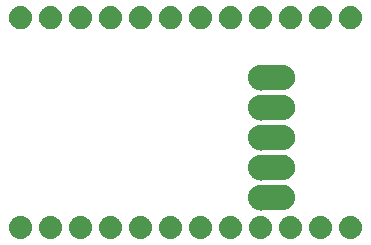
<source format=gbs>
G04 MADE WITH FRITZING*
G04 WWW.FRITZING.ORG*
G04 DOUBLE SIDED*
G04 HOLES PLATED*
G04 CONTOUR ON CENTER OF CONTOUR VECTOR*
%ASAXBY*%
%FSLAX23Y23*%
%MOIN*%
%OFA0B0*%
%SFA1.0B1.0*%
%ADD10C,0.084000*%
%ADD11R,0.001000X0.001000*%
%LNMASK0*%
G90*
G70*
G54D10*
X941Y557D03*
X941Y157D03*
X941Y457D03*
X941Y257D03*
X941Y357D03*
G54D11*
X134Y796D02*
X146Y796D01*
X234Y796D02*
X246Y796D01*
X334Y796D02*
X346Y796D01*
X434Y796D02*
X446Y796D01*
X534Y796D02*
X546Y796D01*
X634Y796D02*
X646Y796D01*
X734Y796D02*
X746Y796D01*
X834Y796D02*
X846Y796D01*
X934Y796D02*
X946Y796D01*
X1034Y796D02*
X1046Y796D01*
X1134Y796D02*
X1146Y796D01*
X1234Y796D02*
X1246Y796D01*
X130Y795D02*
X150Y795D01*
X230Y795D02*
X250Y795D01*
X330Y795D02*
X350Y795D01*
X430Y795D02*
X450Y795D01*
X530Y795D02*
X550Y795D01*
X630Y795D02*
X650Y795D01*
X730Y795D02*
X750Y795D01*
X830Y795D02*
X850Y795D01*
X930Y795D02*
X950Y795D01*
X1030Y795D02*
X1050Y795D01*
X1130Y795D02*
X1150Y795D01*
X1230Y795D02*
X1250Y795D01*
X128Y794D02*
X153Y794D01*
X228Y794D02*
X253Y794D01*
X328Y794D02*
X353Y794D01*
X428Y794D02*
X453Y794D01*
X528Y794D02*
X553Y794D01*
X628Y794D02*
X653Y794D01*
X728Y794D02*
X753Y794D01*
X828Y794D02*
X853Y794D01*
X928Y794D02*
X953Y794D01*
X1028Y794D02*
X1053Y794D01*
X1128Y794D02*
X1153Y794D01*
X1228Y794D02*
X1253Y794D01*
X125Y793D02*
X155Y793D01*
X225Y793D02*
X255Y793D01*
X325Y793D02*
X355Y793D01*
X425Y793D02*
X455Y793D01*
X525Y793D02*
X555Y793D01*
X625Y793D02*
X655Y793D01*
X725Y793D02*
X755Y793D01*
X825Y793D02*
X855Y793D01*
X925Y793D02*
X955Y793D01*
X1025Y793D02*
X1055Y793D01*
X1125Y793D02*
X1155Y793D01*
X1225Y793D02*
X1255Y793D01*
X124Y792D02*
X157Y792D01*
X224Y792D02*
X257Y792D01*
X324Y792D02*
X357Y792D01*
X424Y792D02*
X457Y792D01*
X524Y792D02*
X557Y792D01*
X624Y792D02*
X657Y792D01*
X724Y792D02*
X757Y792D01*
X824Y792D02*
X857Y792D01*
X924Y792D02*
X957Y792D01*
X1024Y792D02*
X1057Y792D01*
X1123Y792D02*
X1157Y792D01*
X1223Y792D02*
X1257Y792D01*
X122Y791D02*
X158Y791D01*
X222Y791D02*
X258Y791D01*
X322Y791D02*
X358Y791D01*
X422Y791D02*
X458Y791D01*
X522Y791D02*
X558Y791D01*
X622Y791D02*
X658Y791D01*
X722Y791D02*
X758Y791D01*
X822Y791D02*
X858Y791D01*
X922Y791D02*
X958Y791D01*
X1022Y791D02*
X1058Y791D01*
X1122Y791D02*
X1158Y791D01*
X1222Y791D02*
X1258Y791D01*
X120Y790D02*
X160Y790D01*
X220Y790D02*
X260Y790D01*
X320Y790D02*
X360Y790D01*
X420Y790D02*
X460Y790D01*
X520Y790D02*
X560Y790D01*
X620Y790D02*
X660Y790D01*
X720Y790D02*
X760Y790D01*
X820Y790D02*
X860Y790D01*
X920Y790D02*
X960Y790D01*
X1020Y790D02*
X1060Y790D01*
X1120Y790D02*
X1160Y790D01*
X1220Y790D02*
X1260Y790D01*
X119Y789D02*
X161Y789D01*
X219Y789D02*
X261Y789D01*
X319Y789D02*
X361Y789D01*
X419Y789D02*
X461Y789D01*
X519Y789D02*
X561Y789D01*
X619Y789D02*
X661Y789D01*
X719Y789D02*
X761Y789D01*
X819Y789D02*
X861Y789D01*
X919Y789D02*
X961Y789D01*
X1019Y789D02*
X1061Y789D01*
X1119Y789D02*
X1161Y789D01*
X1219Y789D02*
X1261Y789D01*
X118Y788D02*
X163Y788D01*
X218Y788D02*
X263Y788D01*
X318Y788D02*
X363Y788D01*
X418Y788D02*
X463Y788D01*
X518Y788D02*
X563Y788D01*
X618Y788D02*
X663Y788D01*
X718Y788D02*
X763Y788D01*
X818Y788D02*
X863Y788D01*
X918Y788D02*
X963Y788D01*
X1018Y788D02*
X1063Y788D01*
X1118Y788D02*
X1163Y788D01*
X1218Y788D02*
X1263Y788D01*
X116Y787D02*
X164Y787D01*
X216Y787D02*
X264Y787D01*
X316Y787D02*
X364Y787D01*
X416Y787D02*
X464Y787D01*
X516Y787D02*
X564Y787D01*
X616Y787D02*
X664Y787D01*
X716Y787D02*
X764Y787D01*
X816Y787D02*
X864Y787D01*
X916Y787D02*
X964Y787D01*
X1016Y787D02*
X1064Y787D01*
X1116Y787D02*
X1164Y787D01*
X1216Y787D02*
X1264Y787D01*
X115Y786D02*
X165Y786D01*
X215Y786D02*
X265Y786D01*
X315Y786D02*
X365Y786D01*
X415Y786D02*
X465Y786D01*
X515Y786D02*
X565Y786D01*
X615Y786D02*
X665Y786D01*
X715Y786D02*
X765Y786D01*
X815Y786D02*
X865Y786D01*
X915Y786D02*
X965Y786D01*
X1015Y786D02*
X1065Y786D01*
X1115Y786D02*
X1165Y786D01*
X1215Y786D02*
X1265Y786D01*
X114Y785D02*
X166Y785D01*
X214Y785D02*
X266Y785D01*
X314Y785D02*
X366Y785D01*
X414Y785D02*
X466Y785D01*
X514Y785D02*
X566Y785D01*
X614Y785D02*
X666Y785D01*
X714Y785D02*
X766Y785D01*
X814Y785D02*
X866Y785D01*
X914Y785D02*
X966Y785D01*
X1014Y785D02*
X1066Y785D01*
X1114Y785D02*
X1166Y785D01*
X1214Y785D02*
X1266Y785D01*
X113Y784D02*
X167Y784D01*
X213Y784D02*
X267Y784D01*
X313Y784D02*
X367Y784D01*
X413Y784D02*
X467Y784D01*
X513Y784D02*
X567Y784D01*
X613Y784D02*
X667Y784D01*
X713Y784D02*
X767Y784D01*
X813Y784D02*
X867Y784D01*
X913Y784D02*
X967Y784D01*
X1013Y784D02*
X1067Y784D01*
X1113Y784D02*
X1167Y784D01*
X1213Y784D02*
X1267Y784D01*
X112Y783D02*
X168Y783D01*
X212Y783D02*
X268Y783D01*
X312Y783D02*
X368Y783D01*
X412Y783D02*
X468Y783D01*
X512Y783D02*
X568Y783D01*
X612Y783D02*
X668Y783D01*
X712Y783D02*
X768Y783D01*
X812Y783D02*
X868Y783D01*
X912Y783D02*
X968Y783D01*
X1012Y783D02*
X1068Y783D01*
X1112Y783D02*
X1168Y783D01*
X1212Y783D02*
X1268Y783D01*
X112Y782D02*
X169Y782D01*
X212Y782D02*
X269Y782D01*
X312Y782D02*
X369Y782D01*
X412Y782D02*
X469Y782D01*
X511Y782D02*
X569Y782D01*
X611Y782D02*
X669Y782D01*
X711Y782D02*
X769Y782D01*
X811Y782D02*
X869Y782D01*
X911Y782D02*
X969Y782D01*
X1011Y782D02*
X1069Y782D01*
X1111Y782D02*
X1169Y782D01*
X1211Y782D02*
X1269Y782D01*
X111Y781D02*
X170Y781D01*
X211Y781D02*
X270Y781D01*
X311Y781D02*
X370Y781D01*
X411Y781D02*
X470Y781D01*
X511Y781D02*
X570Y781D01*
X611Y781D02*
X670Y781D01*
X711Y781D02*
X770Y781D01*
X811Y781D02*
X870Y781D01*
X911Y781D02*
X970Y781D01*
X1011Y781D02*
X1070Y781D01*
X1111Y781D02*
X1170Y781D01*
X1211Y781D02*
X1270Y781D01*
X110Y780D02*
X171Y780D01*
X210Y780D02*
X271Y780D01*
X310Y780D02*
X371Y780D01*
X410Y780D02*
X471Y780D01*
X510Y780D02*
X571Y780D01*
X610Y780D02*
X671Y780D01*
X710Y780D02*
X771Y780D01*
X810Y780D02*
X871Y780D01*
X910Y780D02*
X971Y780D01*
X1010Y780D02*
X1071Y780D01*
X1110Y780D02*
X1170Y780D01*
X1210Y780D02*
X1270Y780D01*
X109Y779D02*
X171Y779D01*
X209Y779D02*
X271Y779D01*
X309Y779D02*
X371Y779D01*
X409Y779D02*
X471Y779D01*
X509Y779D02*
X571Y779D01*
X609Y779D02*
X671Y779D01*
X709Y779D02*
X771Y779D01*
X809Y779D02*
X871Y779D01*
X909Y779D02*
X971Y779D01*
X1009Y779D02*
X1071Y779D01*
X1109Y779D02*
X1171Y779D01*
X1209Y779D02*
X1271Y779D01*
X109Y778D02*
X172Y778D01*
X208Y778D02*
X272Y778D01*
X308Y778D02*
X372Y778D01*
X408Y778D02*
X472Y778D01*
X508Y778D02*
X572Y778D01*
X608Y778D02*
X672Y778D01*
X708Y778D02*
X772Y778D01*
X808Y778D02*
X872Y778D01*
X908Y778D02*
X972Y778D01*
X1008Y778D02*
X1072Y778D01*
X1108Y778D02*
X1172Y778D01*
X1208Y778D02*
X1272Y778D01*
X108Y777D02*
X173Y777D01*
X208Y777D02*
X273Y777D01*
X308Y777D02*
X373Y777D01*
X408Y777D02*
X473Y777D01*
X508Y777D02*
X573Y777D01*
X608Y777D02*
X673Y777D01*
X708Y777D02*
X773Y777D01*
X808Y777D02*
X873Y777D01*
X908Y777D02*
X973Y777D01*
X1008Y777D02*
X1073Y777D01*
X1108Y777D02*
X1173Y777D01*
X1208Y777D02*
X1273Y777D01*
X107Y776D02*
X173Y776D01*
X207Y776D02*
X273Y776D01*
X307Y776D02*
X373Y776D01*
X407Y776D02*
X473Y776D01*
X507Y776D02*
X573Y776D01*
X607Y776D02*
X673Y776D01*
X707Y776D02*
X773Y776D01*
X807Y776D02*
X873Y776D01*
X907Y776D02*
X973Y776D01*
X1007Y776D02*
X1073Y776D01*
X1107Y776D02*
X1173Y776D01*
X1207Y776D02*
X1273Y776D01*
X107Y775D02*
X174Y775D01*
X207Y775D02*
X274Y775D01*
X307Y775D02*
X374Y775D01*
X407Y775D02*
X474Y775D01*
X507Y775D02*
X574Y775D01*
X607Y775D02*
X674Y775D01*
X707Y775D02*
X774Y775D01*
X807Y775D02*
X874Y775D01*
X907Y775D02*
X974Y775D01*
X1007Y775D02*
X1074Y775D01*
X1107Y775D02*
X1174Y775D01*
X1207Y775D02*
X1274Y775D01*
X106Y774D02*
X174Y774D01*
X206Y774D02*
X274Y774D01*
X306Y774D02*
X374Y774D01*
X406Y774D02*
X474Y774D01*
X506Y774D02*
X574Y774D01*
X606Y774D02*
X674Y774D01*
X706Y774D02*
X774Y774D01*
X806Y774D02*
X874Y774D01*
X906Y774D02*
X974Y774D01*
X1006Y774D02*
X1074Y774D01*
X1106Y774D02*
X1174Y774D01*
X1206Y774D02*
X1274Y774D01*
X106Y773D02*
X175Y773D01*
X206Y773D02*
X275Y773D01*
X306Y773D02*
X375Y773D01*
X406Y773D02*
X475Y773D01*
X506Y773D02*
X575Y773D01*
X606Y773D02*
X675Y773D01*
X706Y773D02*
X775Y773D01*
X806Y773D02*
X875Y773D01*
X906Y773D02*
X975Y773D01*
X1006Y773D02*
X1075Y773D01*
X1106Y773D02*
X1175Y773D01*
X1206Y773D02*
X1275Y773D01*
X105Y772D02*
X176Y772D01*
X205Y772D02*
X276Y772D01*
X305Y772D02*
X376Y772D01*
X405Y772D02*
X476Y772D01*
X505Y772D02*
X575Y772D01*
X605Y772D02*
X675Y772D01*
X705Y772D02*
X775Y772D01*
X805Y772D02*
X875Y772D01*
X905Y772D02*
X975Y772D01*
X1005Y772D02*
X1075Y772D01*
X1105Y772D02*
X1175Y772D01*
X1205Y772D02*
X1275Y772D01*
X105Y771D02*
X176Y771D01*
X205Y771D02*
X276Y771D01*
X305Y771D02*
X376Y771D01*
X405Y771D02*
X476Y771D01*
X505Y771D02*
X576Y771D01*
X605Y771D02*
X676Y771D01*
X705Y771D02*
X776Y771D01*
X805Y771D02*
X876Y771D01*
X905Y771D02*
X976Y771D01*
X1005Y771D02*
X1076Y771D01*
X1105Y771D02*
X1176Y771D01*
X1205Y771D02*
X1276Y771D01*
X104Y770D02*
X176Y770D01*
X204Y770D02*
X276Y770D01*
X304Y770D02*
X376Y770D01*
X404Y770D02*
X476Y770D01*
X504Y770D02*
X576Y770D01*
X604Y770D02*
X676Y770D01*
X704Y770D02*
X776Y770D01*
X804Y770D02*
X876Y770D01*
X904Y770D02*
X976Y770D01*
X1004Y770D02*
X1076Y770D01*
X1104Y770D02*
X1176Y770D01*
X1204Y770D02*
X1276Y770D01*
X104Y769D02*
X177Y769D01*
X204Y769D02*
X277Y769D01*
X304Y769D02*
X377Y769D01*
X404Y769D02*
X477Y769D01*
X504Y769D02*
X577Y769D01*
X604Y769D02*
X677Y769D01*
X704Y769D02*
X777Y769D01*
X804Y769D02*
X877Y769D01*
X904Y769D02*
X977Y769D01*
X1004Y769D02*
X1077Y769D01*
X1104Y769D02*
X1177Y769D01*
X1204Y769D02*
X1277Y769D01*
X104Y768D02*
X177Y768D01*
X204Y768D02*
X277Y768D01*
X304Y768D02*
X377Y768D01*
X404Y768D02*
X477Y768D01*
X504Y768D02*
X577Y768D01*
X604Y768D02*
X677Y768D01*
X704Y768D02*
X777Y768D01*
X804Y768D02*
X877Y768D01*
X904Y768D02*
X977Y768D01*
X1004Y768D02*
X1077Y768D01*
X1104Y768D02*
X1177Y768D01*
X1204Y768D02*
X1277Y768D01*
X103Y767D02*
X177Y767D01*
X203Y767D02*
X277Y767D01*
X303Y767D02*
X377Y767D01*
X403Y767D02*
X477Y767D01*
X503Y767D02*
X577Y767D01*
X603Y767D02*
X677Y767D01*
X703Y767D02*
X777Y767D01*
X803Y767D02*
X877Y767D01*
X903Y767D02*
X977Y767D01*
X1003Y767D02*
X1077Y767D01*
X1103Y767D02*
X1177Y767D01*
X1203Y767D02*
X1277Y767D01*
X103Y766D02*
X178Y766D01*
X203Y766D02*
X278Y766D01*
X303Y766D02*
X378Y766D01*
X403Y766D02*
X478Y766D01*
X503Y766D02*
X578Y766D01*
X603Y766D02*
X678Y766D01*
X703Y766D02*
X778Y766D01*
X803Y766D02*
X878Y766D01*
X903Y766D02*
X978Y766D01*
X1003Y766D02*
X1078Y766D01*
X1103Y766D02*
X1178Y766D01*
X1203Y766D02*
X1278Y766D01*
X103Y765D02*
X178Y765D01*
X203Y765D02*
X278Y765D01*
X303Y765D02*
X378Y765D01*
X403Y765D02*
X478Y765D01*
X503Y765D02*
X578Y765D01*
X603Y765D02*
X678Y765D01*
X703Y765D02*
X778Y765D01*
X803Y765D02*
X878Y765D01*
X903Y765D02*
X978Y765D01*
X1003Y765D02*
X1078Y765D01*
X1103Y765D02*
X1178Y765D01*
X1203Y765D02*
X1278Y765D01*
X103Y764D02*
X178Y764D01*
X203Y764D02*
X278Y764D01*
X303Y764D02*
X378Y764D01*
X403Y764D02*
X478Y764D01*
X503Y764D02*
X578Y764D01*
X603Y764D02*
X678Y764D01*
X703Y764D02*
X778Y764D01*
X803Y764D02*
X878Y764D01*
X903Y764D02*
X978Y764D01*
X1002Y764D02*
X1078Y764D01*
X1102Y764D02*
X1178Y764D01*
X1202Y764D02*
X1278Y764D01*
X102Y763D02*
X178Y763D01*
X202Y763D02*
X278Y763D01*
X302Y763D02*
X378Y763D01*
X402Y763D02*
X478Y763D01*
X502Y763D02*
X578Y763D01*
X602Y763D02*
X678Y763D01*
X702Y763D02*
X778Y763D01*
X802Y763D02*
X878Y763D01*
X902Y763D02*
X978Y763D01*
X1002Y763D02*
X1078Y763D01*
X1102Y763D02*
X1178Y763D01*
X1202Y763D02*
X1278Y763D01*
X102Y762D02*
X179Y762D01*
X202Y762D02*
X279Y762D01*
X302Y762D02*
X379Y762D01*
X402Y762D02*
X479Y762D01*
X502Y762D02*
X579Y762D01*
X602Y762D02*
X679Y762D01*
X702Y762D02*
X779Y762D01*
X802Y762D02*
X879Y762D01*
X902Y762D02*
X978Y762D01*
X1002Y762D02*
X1078Y762D01*
X1102Y762D02*
X1178Y762D01*
X1202Y762D02*
X1278Y762D01*
X102Y761D02*
X179Y761D01*
X202Y761D02*
X279Y761D01*
X302Y761D02*
X379Y761D01*
X402Y761D02*
X479Y761D01*
X502Y761D02*
X579Y761D01*
X602Y761D02*
X679Y761D01*
X702Y761D02*
X779Y761D01*
X802Y761D02*
X879Y761D01*
X902Y761D02*
X979Y761D01*
X1002Y761D02*
X1079Y761D01*
X1102Y761D02*
X1179Y761D01*
X1202Y761D02*
X1279Y761D01*
X102Y760D02*
X179Y760D01*
X202Y760D02*
X279Y760D01*
X302Y760D02*
X379Y760D01*
X402Y760D02*
X479Y760D01*
X502Y760D02*
X579Y760D01*
X602Y760D02*
X679Y760D01*
X702Y760D02*
X779Y760D01*
X802Y760D02*
X879Y760D01*
X902Y760D02*
X979Y760D01*
X1002Y760D02*
X1079Y760D01*
X1102Y760D02*
X1179Y760D01*
X1202Y760D02*
X1279Y760D01*
X102Y759D02*
X179Y759D01*
X202Y759D02*
X279Y759D01*
X302Y759D02*
X379Y759D01*
X402Y759D02*
X479Y759D01*
X502Y759D02*
X579Y759D01*
X602Y759D02*
X679Y759D01*
X702Y759D02*
X779Y759D01*
X802Y759D02*
X879Y759D01*
X902Y759D02*
X979Y759D01*
X1002Y759D02*
X1079Y759D01*
X1102Y759D02*
X1179Y759D01*
X1202Y759D02*
X1279Y759D01*
X102Y758D02*
X179Y758D01*
X202Y758D02*
X279Y758D01*
X302Y758D02*
X379Y758D01*
X402Y758D02*
X479Y758D01*
X502Y758D02*
X579Y758D01*
X602Y758D02*
X679Y758D01*
X702Y758D02*
X779Y758D01*
X802Y758D02*
X879Y758D01*
X902Y758D02*
X979Y758D01*
X1002Y758D02*
X1079Y758D01*
X1102Y758D02*
X1179Y758D01*
X1202Y758D02*
X1279Y758D01*
X102Y757D02*
X179Y757D01*
X202Y757D02*
X279Y757D01*
X302Y757D02*
X379Y757D01*
X402Y757D02*
X479Y757D01*
X502Y757D02*
X579Y757D01*
X602Y757D02*
X679Y757D01*
X702Y757D02*
X779Y757D01*
X802Y757D02*
X879Y757D01*
X902Y757D02*
X979Y757D01*
X1002Y757D02*
X1079Y757D01*
X1102Y757D02*
X1179Y757D01*
X1202Y757D02*
X1279Y757D01*
X102Y756D02*
X179Y756D01*
X202Y756D02*
X279Y756D01*
X302Y756D02*
X379Y756D01*
X402Y756D02*
X479Y756D01*
X502Y756D02*
X579Y756D01*
X602Y756D02*
X679Y756D01*
X702Y756D02*
X779Y756D01*
X802Y756D02*
X879Y756D01*
X902Y756D02*
X979Y756D01*
X1002Y756D02*
X1079Y756D01*
X1102Y756D02*
X1179Y756D01*
X1202Y756D02*
X1279Y756D01*
X102Y755D02*
X179Y755D01*
X202Y755D02*
X279Y755D01*
X302Y755D02*
X379Y755D01*
X402Y755D02*
X479Y755D01*
X502Y755D02*
X579Y755D01*
X602Y755D02*
X679Y755D01*
X702Y755D02*
X779Y755D01*
X802Y755D02*
X879Y755D01*
X902Y755D02*
X979Y755D01*
X1002Y755D02*
X1079Y755D01*
X1102Y755D02*
X1179Y755D01*
X1202Y755D02*
X1279Y755D01*
X102Y754D02*
X179Y754D01*
X202Y754D02*
X279Y754D01*
X302Y754D02*
X379Y754D01*
X402Y754D02*
X479Y754D01*
X502Y754D02*
X579Y754D01*
X602Y754D02*
X679Y754D01*
X702Y754D02*
X779Y754D01*
X802Y754D02*
X879Y754D01*
X902Y754D02*
X979Y754D01*
X1002Y754D02*
X1079Y754D01*
X1102Y754D02*
X1179Y754D01*
X1202Y754D02*
X1279Y754D01*
X102Y753D02*
X179Y753D01*
X202Y753D02*
X279Y753D01*
X302Y753D02*
X378Y753D01*
X402Y753D02*
X478Y753D01*
X502Y753D02*
X578Y753D01*
X602Y753D02*
X678Y753D01*
X702Y753D02*
X778Y753D01*
X802Y753D02*
X878Y753D01*
X902Y753D02*
X978Y753D01*
X1002Y753D02*
X1078Y753D01*
X1102Y753D02*
X1178Y753D01*
X1202Y753D02*
X1278Y753D01*
X102Y752D02*
X178Y752D01*
X202Y752D02*
X278Y752D01*
X302Y752D02*
X378Y752D01*
X402Y752D02*
X478Y752D01*
X502Y752D02*
X578Y752D01*
X602Y752D02*
X678Y752D01*
X702Y752D02*
X778Y752D01*
X802Y752D02*
X878Y752D01*
X902Y752D02*
X978Y752D01*
X1002Y752D02*
X1078Y752D01*
X1102Y752D02*
X1178Y752D01*
X1202Y752D02*
X1278Y752D01*
X103Y751D02*
X178Y751D01*
X203Y751D02*
X278Y751D01*
X303Y751D02*
X378Y751D01*
X403Y751D02*
X478Y751D01*
X503Y751D02*
X578Y751D01*
X603Y751D02*
X678Y751D01*
X703Y751D02*
X778Y751D01*
X803Y751D02*
X878Y751D01*
X903Y751D02*
X978Y751D01*
X1003Y751D02*
X1078Y751D01*
X1103Y751D02*
X1178Y751D01*
X1203Y751D02*
X1278Y751D01*
X103Y750D02*
X178Y750D01*
X203Y750D02*
X278Y750D01*
X303Y750D02*
X378Y750D01*
X403Y750D02*
X478Y750D01*
X503Y750D02*
X578Y750D01*
X603Y750D02*
X678Y750D01*
X703Y750D02*
X778Y750D01*
X803Y750D02*
X878Y750D01*
X903Y750D02*
X978Y750D01*
X1003Y750D02*
X1078Y750D01*
X1103Y750D02*
X1178Y750D01*
X1203Y750D02*
X1278Y750D01*
X103Y749D02*
X178Y749D01*
X203Y749D02*
X278Y749D01*
X303Y749D02*
X378Y749D01*
X403Y749D02*
X478Y749D01*
X503Y749D02*
X578Y749D01*
X603Y749D02*
X678Y749D01*
X703Y749D02*
X778Y749D01*
X803Y749D02*
X878Y749D01*
X903Y749D02*
X978Y749D01*
X1003Y749D02*
X1078Y749D01*
X1103Y749D02*
X1178Y749D01*
X1203Y749D02*
X1278Y749D01*
X103Y748D02*
X177Y748D01*
X203Y748D02*
X277Y748D01*
X303Y748D02*
X377Y748D01*
X403Y748D02*
X477Y748D01*
X503Y748D02*
X577Y748D01*
X603Y748D02*
X677Y748D01*
X703Y748D02*
X777Y748D01*
X803Y748D02*
X877Y748D01*
X903Y748D02*
X977Y748D01*
X1003Y748D02*
X1077Y748D01*
X1103Y748D02*
X1177Y748D01*
X1203Y748D02*
X1277Y748D01*
X104Y747D02*
X177Y747D01*
X204Y747D02*
X277Y747D01*
X304Y747D02*
X377Y747D01*
X404Y747D02*
X477Y747D01*
X504Y747D02*
X577Y747D01*
X604Y747D02*
X677Y747D01*
X704Y747D02*
X777Y747D01*
X804Y747D02*
X877Y747D01*
X904Y747D02*
X977Y747D01*
X1004Y747D02*
X1077Y747D01*
X1104Y747D02*
X1177Y747D01*
X1204Y747D02*
X1277Y747D01*
X104Y746D02*
X177Y746D01*
X204Y746D02*
X277Y746D01*
X304Y746D02*
X377Y746D01*
X404Y746D02*
X477Y746D01*
X504Y746D02*
X577Y746D01*
X604Y746D02*
X677Y746D01*
X704Y746D02*
X777Y746D01*
X804Y746D02*
X877Y746D01*
X904Y746D02*
X977Y746D01*
X1004Y746D02*
X1077Y746D01*
X1104Y746D02*
X1177Y746D01*
X1204Y746D02*
X1277Y746D01*
X104Y745D02*
X176Y745D01*
X204Y745D02*
X276Y745D01*
X304Y745D02*
X376Y745D01*
X404Y745D02*
X476Y745D01*
X504Y745D02*
X576Y745D01*
X604Y745D02*
X676Y745D01*
X704Y745D02*
X776Y745D01*
X804Y745D02*
X876Y745D01*
X904Y745D02*
X976Y745D01*
X1004Y745D02*
X1076Y745D01*
X1104Y745D02*
X1176Y745D01*
X1204Y745D02*
X1276Y745D01*
X105Y744D02*
X176Y744D01*
X205Y744D02*
X276Y744D01*
X305Y744D02*
X376Y744D01*
X405Y744D02*
X476Y744D01*
X505Y744D02*
X576Y744D01*
X605Y744D02*
X676Y744D01*
X705Y744D02*
X776Y744D01*
X805Y744D02*
X876Y744D01*
X905Y744D02*
X976Y744D01*
X1005Y744D02*
X1076Y744D01*
X1105Y744D02*
X1176Y744D01*
X1205Y744D02*
X1276Y744D01*
X105Y743D02*
X176Y743D01*
X205Y743D02*
X276Y743D01*
X305Y743D02*
X375Y743D01*
X405Y743D02*
X475Y743D01*
X505Y743D02*
X575Y743D01*
X605Y743D02*
X675Y743D01*
X705Y743D02*
X775Y743D01*
X805Y743D02*
X875Y743D01*
X905Y743D02*
X975Y743D01*
X1005Y743D02*
X1075Y743D01*
X1105Y743D02*
X1175Y743D01*
X1205Y743D02*
X1275Y743D01*
X106Y742D02*
X175Y742D01*
X206Y742D02*
X275Y742D01*
X306Y742D02*
X375Y742D01*
X406Y742D02*
X475Y742D01*
X506Y742D02*
X575Y742D01*
X606Y742D02*
X675Y742D01*
X706Y742D02*
X775Y742D01*
X806Y742D02*
X875Y742D01*
X906Y742D02*
X975Y742D01*
X1006Y742D02*
X1075Y742D01*
X1106Y742D02*
X1175Y742D01*
X1206Y742D02*
X1275Y742D01*
X106Y741D02*
X174Y741D01*
X206Y741D02*
X274Y741D01*
X306Y741D02*
X374Y741D01*
X406Y741D02*
X474Y741D01*
X506Y741D02*
X574Y741D01*
X606Y741D02*
X674Y741D01*
X706Y741D02*
X774Y741D01*
X806Y741D02*
X874Y741D01*
X906Y741D02*
X974Y741D01*
X1006Y741D02*
X1074Y741D01*
X1106Y741D02*
X1174Y741D01*
X1206Y741D02*
X1274Y741D01*
X107Y740D02*
X174Y740D01*
X207Y740D02*
X274Y740D01*
X307Y740D02*
X374Y740D01*
X407Y740D02*
X474Y740D01*
X507Y740D02*
X574Y740D01*
X607Y740D02*
X674Y740D01*
X707Y740D02*
X774Y740D01*
X807Y740D02*
X874Y740D01*
X907Y740D02*
X974Y740D01*
X1007Y740D02*
X1074Y740D01*
X1107Y740D02*
X1174Y740D01*
X1207Y740D02*
X1274Y740D01*
X107Y739D02*
X173Y739D01*
X207Y739D02*
X273Y739D01*
X307Y739D02*
X373Y739D01*
X407Y739D02*
X473Y739D01*
X507Y739D02*
X573Y739D01*
X607Y739D02*
X673Y739D01*
X707Y739D02*
X773Y739D01*
X807Y739D02*
X873Y739D01*
X907Y739D02*
X973Y739D01*
X1007Y739D02*
X1073Y739D01*
X1107Y739D02*
X1173Y739D01*
X1207Y739D02*
X1273Y739D01*
X108Y738D02*
X173Y738D01*
X208Y738D02*
X273Y738D01*
X308Y738D02*
X373Y738D01*
X408Y738D02*
X473Y738D01*
X508Y738D02*
X573Y738D01*
X608Y738D02*
X673Y738D01*
X708Y738D02*
X773Y738D01*
X808Y738D02*
X873Y738D01*
X908Y738D02*
X973Y738D01*
X1008Y738D02*
X1073Y738D01*
X1108Y738D02*
X1173Y738D01*
X1208Y738D02*
X1273Y738D01*
X109Y737D02*
X172Y737D01*
X209Y737D02*
X272Y737D01*
X309Y737D02*
X372Y737D01*
X409Y737D02*
X472Y737D01*
X509Y737D02*
X572Y737D01*
X608Y737D02*
X672Y737D01*
X708Y737D02*
X772Y737D01*
X808Y737D02*
X872Y737D01*
X908Y737D02*
X972Y737D01*
X1008Y737D02*
X1072Y737D01*
X1108Y737D02*
X1172Y737D01*
X1208Y737D02*
X1272Y737D01*
X109Y736D02*
X171Y736D01*
X209Y736D02*
X271Y736D01*
X309Y736D02*
X371Y736D01*
X409Y736D02*
X471Y736D01*
X509Y736D02*
X571Y736D01*
X609Y736D02*
X671Y736D01*
X709Y736D02*
X771Y736D01*
X809Y736D02*
X871Y736D01*
X909Y736D02*
X971Y736D01*
X1009Y736D02*
X1071Y736D01*
X1109Y736D02*
X1171Y736D01*
X1209Y736D02*
X1271Y736D01*
X110Y735D02*
X171Y735D01*
X210Y735D02*
X271Y735D01*
X310Y735D02*
X371Y735D01*
X410Y735D02*
X471Y735D01*
X510Y735D02*
X571Y735D01*
X610Y735D02*
X670Y735D01*
X710Y735D02*
X770Y735D01*
X810Y735D02*
X870Y735D01*
X910Y735D02*
X970Y735D01*
X1010Y735D02*
X1070Y735D01*
X1110Y735D02*
X1170Y735D01*
X1210Y735D02*
X1270Y735D01*
X111Y734D02*
X170Y734D01*
X211Y734D02*
X270Y734D01*
X311Y734D02*
X370Y734D01*
X411Y734D02*
X470Y734D01*
X511Y734D02*
X570Y734D01*
X611Y734D02*
X670Y734D01*
X711Y734D02*
X770Y734D01*
X811Y734D02*
X870Y734D01*
X911Y734D02*
X970Y734D01*
X1011Y734D02*
X1070Y734D01*
X1111Y734D02*
X1170Y734D01*
X1211Y734D02*
X1270Y734D01*
X112Y733D02*
X169Y733D01*
X212Y733D02*
X269Y733D01*
X312Y733D02*
X369Y733D01*
X412Y733D02*
X469Y733D01*
X512Y733D02*
X569Y733D01*
X612Y733D02*
X669Y733D01*
X712Y733D02*
X769Y733D01*
X812Y733D02*
X869Y733D01*
X912Y733D02*
X969Y733D01*
X1012Y733D02*
X1069Y733D01*
X1112Y733D02*
X1169Y733D01*
X1211Y733D02*
X1269Y733D01*
X113Y732D02*
X168Y732D01*
X213Y732D02*
X268Y732D01*
X312Y732D02*
X368Y732D01*
X412Y732D02*
X468Y732D01*
X512Y732D02*
X568Y732D01*
X612Y732D02*
X668Y732D01*
X712Y732D02*
X768Y732D01*
X812Y732D02*
X868Y732D01*
X912Y732D02*
X968Y732D01*
X1012Y732D02*
X1068Y732D01*
X1112Y732D02*
X1168Y732D01*
X1212Y732D02*
X1268Y732D01*
X113Y731D02*
X167Y731D01*
X213Y731D02*
X267Y731D01*
X313Y731D02*
X367Y731D01*
X413Y731D02*
X467Y731D01*
X513Y731D02*
X567Y731D01*
X613Y731D02*
X667Y731D01*
X713Y731D02*
X767Y731D01*
X813Y731D02*
X867Y731D01*
X913Y731D02*
X967Y731D01*
X1013Y731D02*
X1067Y731D01*
X1113Y731D02*
X1167Y731D01*
X1213Y731D02*
X1267Y731D01*
X114Y730D02*
X166Y730D01*
X214Y730D02*
X266Y730D01*
X314Y730D02*
X366Y730D01*
X414Y730D02*
X466Y730D01*
X514Y730D02*
X566Y730D01*
X614Y730D02*
X666Y730D01*
X714Y730D02*
X766Y730D01*
X814Y730D02*
X866Y730D01*
X914Y730D02*
X966Y730D01*
X1014Y730D02*
X1066Y730D01*
X1114Y730D02*
X1166Y730D01*
X1214Y730D02*
X1266Y730D01*
X116Y729D02*
X165Y729D01*
X216Y729D02*
X265Y729D01*
X316Y729D02*
X365Y729D01*
X416Y729D02*
X465Y729D01*
X516Y729D02*
X565Y729D01*
X616Y729D02*
X665Y729D01*
X716Y729D02*
X765Y729D01*
X815Y729D02*
X865Y729D01*
X915Y729D02*
X965Y729D01*
X1015Y729D02*
X1065Y729D01*
X1115Y729D02*
X1165Y729D01*
X1215Y729D02*
X1265Y729D01*
X117Y728D02*
X164Y728D01*
X217Y728D02*
X264Y728D01*
X317Y728D02*
X364Y728D01*
X417Y728D02*
X464Y728D01*
X517Y728D02*
X564Y728D01*
X617Y728D02*
X664Y728D01*
X717Y728D02*
X764Y728D01*
X817Y728D02*
X864Y728D01*
X917Y728D02*
X964Y728D01*
X1017Y728D02*
X1064Y728D01*
X1117Y728D02*
X1164Y728D01*
X1217Y728D02*
X1264Y728D01*
X118Y727D02*
X162Y727D01*
X218Y727D02*
X262Y727D01*
X318Y727D02*
X362Y727D01*
X418Y727D02*
X462Y727D01*
X518Y727D02*
X562Y727D01*
X618Y727D02*
X662Y727D01*
X718Y727D02*
X762Y727D01*
X818Y727D02*
X862Y727D01*
X918Y727D02*
X962Y727D01*
X1018Y727D02*
X1062Y727D01*
X1118Y727D02*
X1162Y727D01*
X1218Y727D02*
X1262Y727D01*
X119Y726D02*
X161Y726D01*
X219Y726D02*
X261Y726D01*
X319Y726D02*
X361Y726D01*
X419Y726D02*
X461Y726D01*
X519Y726D02*
X561Y726D01*
X619Y726D02*
X661Y726D01*
X719Y726D02*
X761Y726D01*
X819Y726D02*
X861Y726D01*
X919Y726D02*
X961Y726D01*
X1019Y726D02*
X1061Y726D01*
X1119Y726D02*
X1161Y726D01*
X1219Y726D02*
X1261Y726D01*
X121Y725D02*
X160Y725D01*
X221Y725D02*
X260Y725D01*
X321Y725D02*
X360Y725D01*
X421Y725D02*
X460Y725D01*
X521Y725D02*
X560Y725D01*
X621Y725D02*
X660Y725D01*
X721Y725D02*
X760Y725D01*
X821Y725D02*
X860Y725D01*
X921Y725D02*
X959Y725D01*
X1021Y725D02*
X1059Y725D01*
X1121Y725D02*
X1159Y725D01*
X1221Y725D02*
X1259Y725D01*
X122Y724D02*
X158Y724D01*
X222Y724D02*
X258Y724D01*
X322Y724D02*
X358Y724D01*
X422Y724D02*
X458Y724D01*
X522Y724D02*
X558Y724D01*
X622Y724D02*
X658Y724D01*
X722Y724D02*
X758Y724D01*
X822Y724D02*
X858Y724D01*
X922Y724D02*
X958Y724D01*
X1022Y724D02*
X1058Y724D01*
X1122Y724D02*
X1158Y724D01*
X1222Y724D02*
X1258Y724D01*
X124Y723D02*
X156Y723D01*
X224Y723D02*
X256Y723D01*
X324Y723D02*
X356Y723D01*
X424Y723D02*
X456Y723D01*
X524Y723D02*
X556Y723D01*
X624Y723D02*
X656Y723D01*
X724Y723D02*
X756Y723D01*
X824Y723D02*
X856Y723D01*
X924Y723D02*
X956Y723D01*
X1024Y723D02*
X1056Y723D01*
X1124Y723D02*
X1156Y723D01*
X1224Y723D02*
X1256Y723D01*
X126Y722D02*
X154Y722D01*
X226Y722D02*
X254Y722D01*
X326Y722D02*
X354Y722D01*
X426Y722D02*
X454Y722D01*
X526Y722D02*
X554Y722D01*
X626Y722D02*
X654Y722D01*
X726Y722D02*
X754Y722D01*
X826Y722D02*
X854Y722D01*
X926Y722D02*
X954Y722D01*
X1026Y722D02*
X1054Y722D01*
X1126Y722D02*
X1154Y722D01*
X1226Y722D02*
X1254Y722D01*
X129Y721D02*
X152Y721D01*
X229Y721D02*
X252Y721D01*
X329Y721D02*
X352Y721D01*
X429Y721D02*
X452Y721D01*
X529Y721D02*
X552Y721D01*
X629Y721D02*
X652Y721D01*
X729Y721D02*
X752Y721D01*
X829Y721D02*
X852Y721D01*
X929Y721D02*
X952Y721D01*
X1029Y721D02*
X1051Y721D01*
X1129Y721D02*
X1151Y721D01*
X1229Y721D02*
X1251Y721D01*
X132Y720D02*
X148Y720D01*
X232Y720D02*
X248Y720D01*
X332Y720D02*
X348Y720D01*
X432Y720D02*
X448Y720D01*
X532Y720D02*
X548Y720D01*
X632Y720D02*
X648Y720D01*
X732Y720D02*
X748Y720D01*
X832Y720D02*
X848Y720D01*
X932Y720D02*
X948Y720D01*
X1032Y720D02*
X1048Y720D01*
X1132Y720D02*
X1148Y720D01*
X1232Y720D02*
X1248Y720D01*
X137Y719D02*
X143Y719D01*
X237Y719D02*
X243Y719D01*
X337Y719D02*
X343Y719D01*
X437Y719D02*
X443Y719D01*
X537Y719D02*
X543Y719D01*
X637Y719D02*
X643Y719D01*
X737Y719D02*
X743Y719D01*
X837Y719D02*
X843Y719D01*
X937Y719D02*
X943Y719D01*
X1037Y719D02*
X1043Y719D01*
X1137Y719D02*
X1143Y719D01*
X1237Y719D02*
X1243Y719D01*
X933Y599D02*
X1022Y599D01*
X929Y598D02*
X1026Y598D01*
X926Y597D02*
X1029Y597D01*
X924Y596D02*
X1031Y596D01*
X922Y595D02*
X1033Y595D01*
X920Y594D02*
X1035Y594D01*
X918Y593D02*
X1036Y593D01*
X917Y592D02*
X1038Y592D01*
X916Y591D02*
X1039Y591D01*
X914Y590D02*
X1040Y590D01*
X913Y589D02*
X1041Y589D01*
X912Y588D02*
X1043Y588D01*
X911Y587D02*
X1044Y587D01*
X910Y586D02*
X1044Y586D01*
X909Y585D02*
X1045Y585D01*
X908Y584D02*
X1046Y584D01*
X908Y583D02*
X1047Y583D01*
X907Y582D02*
X1048Y582D01*
X906Y581D02*
X1049Y581D01*
X906Y580D02*
X1049Y580D01*
X905Y579D02*
X1050Y579D01*
X904Y578D02*
X1050Y578D01*
X904Y577D02*
X1051Y577D01*
X903Y576D02*
X1051Y576D01*
X903Y575D02*
X1052Y575D01*
X902Y574D02*
X934Y574D01*
X947Y574D02*
X1052Y574D01*
X902Y573D02*
X932Y573D01*
X949Y573D02*
X1053Y573D01*
X901Y572D02*
X930Y572D01*
X951Y572D02*
X1053Y572D01*
X901Y571D02*
X929Y571D01*
X952Y571D02*
X1054Y571D01*
X901Y570D02*
X927Y570D01*
X953Y570D02*
X1054Y570D01*
X900Y569D02*
X927Y569D01*
X954Y569D02*
X1054Y569D01*
X900Y568D02*
X926Y568D01*
X955Y568D02*
X1054Y568D01*
X900Y567D02*
X925Y567D01*
X955Y567D02*
X1055Y567D01*
X900Y566D02*
X925Y566D01*
X956Y566D02*
X1055Y566D01*
X900Y565D02*
X924Y565D01*
X956Y565D02*
X1055Y565D01*
X899Y564D02*
X924Y564D01*
X957Y564D02*
X1055Y564D01*
X899Y563D02*
X924Y563D01*
X957Y563D02*
X1055Y563D01*
X899Y562D02*
X923Y562D01*
X957Y562D02*
X1056Y562D01*
X899Y561D02*
X923Y561D01*
X958Y561D02*
X1056Y561D01*
X899Y560D02*
X923Y560D01*
X958Y560D02*
X1056Y560D01*
X899Y559D02*
X923Y559D01*
X958Y559D02*
X1056Y559D01*
X899Y558D02*
X923Y558D01*
X958Y558D02*
X1056Y558D01*
X899Y557D02*
X923Y557D01*
X958Y557D02*
X1056Y557D01*
X899Y556D02*
X923Y556D01*
X958Y556D02*
X1056Y556D01*
X899Y555D02*
X923Y555D01*
X958Y555D02*
X1056Y555D01*
X899Y554D02*
X923Y554D01*
X957Y554D02*
X1056Y554D01*
X899Y553D02*
X924Y553D01*
X957Y553D02*
X1055Y553D01*
X899Y552D02*
X924Y552D01*
X957Y552D02*
X1055Y552D01*
X899Y551D02*
X924Y551D01*
X957Y551D02*
X1055Y551D01*
X900Y550D02*
X925Y550D01*
X956Y550D02*
X1055Y550D01*
X900Y549D02*
X925Y549D01*
X956Y549D02*
X1055Y549D01*
X900Y548D02*
X926Y548D01*
X955Y548D02*
X1054Y548D01*
X900Y547D02*
X926Y547D01*
X954Y547D02*
X1054Y547D01*
X901Y546D02*
X927Y546D01*
X953Y546D02*
X1054Y546D01*
X901Y545D02*
X928Y545D01*
X952Y545D02*
X1054Y545D01*
X901Y544D02*
X930Y544D01*
X951Y544D02*
X1053Y544D01*
X902Y543D02*
X931Y543D01*
X949Y543D02*
X1053Y543D01*
X902Y542D02*
X934Y542D01*
X947Y542D02*
X1052Y542D01*
X903Y541D02*
X939Y541D01*
X941Y541D02*
X1052Y541D01*
X903Y540D02*
X1052Y540D01*
X904Y539D02*
X1051Y539D01*
X904Y538D02*
X1050Y538D01*
X905Y537D02*
X1050Y537D01*
X905Y536D02*
X1049Y536D01*
X906Y535D02*
X1049Y535D01*
X907Y534D02*
X1048Y534D01*
X908Y533D02*
X1047Y533D01*
X908Y532D02*
X1046Y532D01*
X909Y531D02*
X1046Y531D01*
X910Y530D02*
X1045Y530D01*
X911Y529D02*
X1044Y529D01*
X912Y528D02*
X1043Y528D01*
X913Y527D02*
X1042Y527D01*
X914Y526D02*
X1041Y526D01*
X915Y525D02*
X1039Y525D01*
X917Y524D02*
X1038Y524D01*
X918Y523D02*
X1037Y523D01*
X920Y522D02*
X1035Y522D01*
X921Y521D02*
X1033Y521D01*
X923Y520D02*
X1031Y520D01*
X926Y519D02*
X1029Y519D01*
X928Y518D02*
X1026Y518D01*
X932Y517D02*
X1023Y517D01*
X940Y516D02*
X1014Y516D01*
X932Y499D02*
X1022Y499D01*
X929Y498D02*
X1026Y498D01*
X926Y497D02*
X1029Y497D01*
X924Y496D02*
X1031Y496D01*
X922Y495D02*
X1033Y495D01*
X920Y494D02*
X1035Y494D01*
X918Y493D02*
X1036Y493D01*
X917Y492D02*
X1038Y492D01*
X915Y491D02*
X1039Y491D01*
X914Y490D02*
X1040Y490D01*
X913Y489D02*
X1042Y489D01*
X912Y488D02*
X1043Y488D01*
X911Y487D02*
X1044Y487D01*
X910Y486D02*
X1045Y486D01*
X909Y485D02*
X1045Y485D01*
X908Y484D02*
X1046Y484D01*
X908Y483D02*
X1047Y483D01*
X907Y482D02*
X1048Y482D01*
X906Y481D02*
X1049Y481D01*
X905Y480D02*
X1049Y480D01*
X905Y479D02*
X1050Y479D01*
X904Y478D02*
X1050Y478D01*
X904Y477D02*
X1051Y477D01*
X903Y476D02*
X1051Y476D01*
X903Y475D02*
X1052Y475D01*
X902Y474D02*
X934Y474D01*
X947Y474D02*
X1052Y474D01*
X902Y473D02*
X931Y473D01*
X949Y473D02*
X1053Y473D01*
X901Y472D02*
X930Y472D01*
X951Y472D02*
X1053Y472D01*
X901Y471D02*
X928Y471D01*
X952Y471D02*
X1054Y471D01*
X901Y470D02*
X927Y470D01*
X953Y470D02*
X1054Y470D01*
X900Y469D02*
X927Y469D01*
X954Y469D02*
X1054Y469D01*
X900Y468D02*
X926Y468D01*
X955Y468D02*
X1054Y468D01*
X900Y467D02*
X925Y467D01*
X956Y467D02*
X1055Y467D01*
X900Y466D02*
X925Y466D01*
X956Y466D02*
X1055Y466D01*
X900Y465D02*
X924Y465D01*
X957Y465D02*
X1055Y465D01*
X899Y464D02*
X924Y464D01*
X957Y464D02*
X1055Y464D01*
X899Y463D02*
X924Y463D01*
X957Y463D02*
X1055Y463D01*
X899Y462D02*
X923Y462D01*
X957Y462D02*
X1056Y462D01*
X899Y461D02*
X923Y461D01*
X958Y461D02*
X1056Y461D01*
X899Y460D02*
X923Y460D01*
X958Y460D02*
X1056Y460D01*
X899Y459D02*
X923Y459D01*
X958Y459D02*
X1056Y459D01*
X899Y458D02*
X923Y458D01*
X958Y458D02*
X1056Y458D01*
X899Y457D02*
X923Y457D01*
X958Y457D02*
X1056Y457D01*
X899Y456D02*
X923Y456D01*
X958Y456D02*
X1056Y456D01*
X899Y455D02*
X923Y455D01*
X958Y455D02*
X1056Y455D01*
X899Y454D02*
X923Y454D01*
X957Y454D02*
X1056Y454D01*
X899Y453D02*
X924Y453D01*
X957Y453D02*
X1055Y453D01*
X899Y452D02*
X924Y452D01*
X957Y452D02*
X1055Y452D01*
X900Y451D02*
X924Y451D01*
X957Y451D02*
X1055Y451D01*
X900Y450D02*
X925Y450D01*
X956Y450D02*
X1055Y450D01*
X900Y449D02*
X925Y449D01*
X956Y449D02*
X1055Y449D01*
X900Y448D02*
X926Y448D01*
X955Y448D02*
X1054Y448D01*
X900Y447D02*
X927Y447D01*
X954Y447D02*
X1054Y447D01*
X901Y446D02*
X927Y446D01*
X953Y446D02*
X1054Y446D01*
X901Y445D02*
X928Y445D01*
X952Y445D02*
X1054Y445D01*
X901Y444D02*
X930Y444D01*
X951Y444D02*
X1053Y444D01*
X902Y443D02*
X932Y443D01*
X949Y443D02*
X1053Y443D01*
X902Y442D02*
X934Y442D01*
X947Y442D02*
X1052Y442D01*
X903Y441D02*
X1052Y441D01*
X903Y440D02*
X1051Y440D01*
X904Y439D02*
X1051Y439D01*
X904Y438D02*
X1050Y438D01*
X905Y437D02*
X1050Y437D01*
X905Y436D02*
X1049Y436D01*
X906Y435D02*
X1049Y435D01*
X907Y434D02*
X1048Y434D01*
X908Y433D02*
X1047Y433D01*
X908Y432D02*
X1046Y432D01*
X909Y431D02*
X1045Y431D01*
X910Y430D02*
X1045Y430D01*
X911Y429D02*
X1044Y429D01*
X912Y428D02*
X1043Y428D01*
X913Y427D02*
X1042Y427D01*
X914Y426D02*
X1040Y426D01*
X916Y425D02*
X1039Y425D01*
X917Y424D02*
X1038Y424D01*
X918Y423D02*
X1036Y423D01*
X920Y422D02*
X1035Y422D01*
X922Y421D02*
X1033Y421D01*
X924Y420D02*
X1031Y420D01*
X926Y419D02*
X1029Y419D01*
X929Y418D02*
X1026Y418D01*
X932Y417D02*
X1022Y417D01*
X940Y400D02*
X1015Y400D01*
X932Y399D02*
X1023Y399D01*
X928Y398D02*
X1026Y398D01*
X926Y397D02*
X1029Y397D01*
X923Y396D02*
X1031Y396D01*
X921Y395D02*
X1033Y395D01*
X920Y394D02*
X1035Y394D01*
X918Y393D02*
X1037Y393D01*
X917Y392D02*
X1038Y392D01*
X915Y391D02*
X1039Y391D01*
X914Y390D02*
X1041Y390D01*
X913Y389D02*
X1042Y389D01*
X912Y388D02*
X1043Y388D01*
X911Y387D02*
X1044Y387D01*
X910Y386D02*
X1045Y386D01*
X909Y385D02*
X1046Y385D01*
X908Y384D02*
X1046Y384D01*
X908Y383D02*
X1047Y383D01*
X907Y382D02*
X1048Y382D01*
X906Y381D02*
X1049Y381D01*
X905Y380D02*
X1049Y380D01*
X905Y379D02*
X1050Y379D01*
X904Y378D02*
X1050Y378D01*
X904Y377D02*
X1051Y377D01*
X903Y376D02*
X1052Y376D01*
X903Y375D02*
X939Y375D01*
X942Y375D02*
X1052Y375D01*
X902Y374D02*
X933Y374D01*
X947Y374D02*
X1052Y374D01*
X902Y373D02*
X931Y373D01*
X949Y373D02*
X1053Y373D01*
X901Y372D02*
X930Y372D01*
X951Y372D02*
X1053Y372D01*
X901Y371D02*
X928Y371D01*
X952Y371D02*
X1054Y371D01*
X901Y370D02*
X927Y370D01*
X953Y370D02*
X1054Y370D01*
X900Y369D02*
X926Y369D01*
X954Y369D02*
X1054Y369D01*
X900Y368D02*
X926Y368D01*
X955Y368D02*
X1055Y368D01*
X900Y367D02*
X925Y367D01*
X956Y367D02*
X1055Y367D01*
X900Y366D02*
X925Y366D01*
X956Y366D02*
X1055Y366D01*
X899Y365D02*
X924Y365D01*
X957Y365D02*
X1055Y365D01*
X899Y364D02*
X924Y364D01*
X957Y364D02*
X1055Y364D01*
X899Y363D02*
X924Y363D01*
X957Y363D02*
X1055Y363D01*
X899Y362D02*
X923Y362D01*
X957Y362D02*
X1056Y362D01*
X899Y361D02*
X923Y361D01*
X958Y361D02*
X1056Y361D01*
X899Y360D02*
X923Y360D01*
X958Y360D02*
X1056Y360D01*
X899Y359D02*
X923Y359D01*
X958Y359D02*
X1056Y359D01*
X899Y358D02*
X923Y358D01*
X958Y358D02*
X1056Y358D01*
X899Y357D02*
X923Y357D01*
X958Y357D02*
X1056Y357D01*
X899Y356D02*
X923Y356D01*
X958Y356D02*
X1056Y356D01*
X899Y355D02*
X923Y355D01*
X958Y355D02*
X1056Y355D01*
X899Y354D02*
X923Y354D01*
X957Y354D02*
X1056Y354D01*
X899Y353D02*
X924Y353D01*
X957Y353D02*
X1055Y353D01*
X899Y352D02*
X924Y352D01*
X957Y352D02*
X1055Y352D01*
X900Y351D02*
X924Y351D01*
X956Y351D02*
X1055Y351D01*
X900Y350D02*
X925Y350D01*
X956Y350D02*
X1055Y350D01*
X900Y349D02*
X925Y349D01*
X955Y349D02*
X1055Y349D01*
X900Y348D02*
X926Y348D01*
X955Y348D02*
X1054Y348D01*
X900Y347D02*
X927Y347D01*
X954Y347D02*
X1054Y347D01*
X901Y346D02*
X927Y346D01*
X953Y346D02*
X1054Y346D01*
X901Y345D02*
X929Y345D01*
X952Y345D02*
X1054Y345D01*
X902Y344D02*
X930Y344D01*
X951Y344D02*
X1053Y344D01*
X902Y343D02*
X932Y343D01*
X949Y343D02*
X1053Y343D01*
X902Y342D02*
X934Y342D01*
X946Y342D02*
X1052Y342D01*
X903Y341D02*
X1052Y341D01*
X903Y340D02*
X1051Y340D01*
X904Y339D02*
X1051Y339D01*
X904Y338D02*
X1050Y338D01*
X905Y337D02*
X1050Y337D01*
X906Y336D02*
X1049Y336D01*
X906Y335D02*
X1048Y335D01*
X907Y334D02*
X1048Y334D01*
X908Y333D02*
X1047Y333D01*
X908Y332D02*
X1046Y332D01*
X909Y331D02*
X1045Y331D01*
X910Y330D02*
X1044Y330D01*
X911Y329D02*
X1044Y329D01*
X912Y328D02*
X1043Y328D01*
X913Y327D02*
X1041Y327D01*
X914Y326D02*
X1040Y326D01*
X916Y325D02*
X1039Y325D01*
X917Y324D02*
X1038Y324D01*
X918Y323D02*
X1036Y323D01*
X920Y322D02*
X1035Y322D01*
X922Y321D02*
X1033Y321D01*
X924Y320D02*
X1031Y320D01*
X926Y319D02*
X1028Y319D01*
X929Y318D02*
X1026Y318D01*
X933Y317D02*
X1022Y317D01*
X938Y300D02*
X1017Y300D01*
X932Y299D02*
X1023Y299D01*
X928Y298D02*
X1027Y298D01*
X925Y297D02*
X1029Y297D01*
X923Y296D02*
X1031Y296D01*
X921Y295D02*
X1033Y295D01*
X920Y294D02*
X1035Y294D01*
X918Y293D02*
X1037Y293D01*
X917Y292D02*
X1038Y292D01*
X915Y291D02*
X1039Y291D01*
X914Y290D02*
X1041Y290D01*
X913Y289D02*
X1042Y289D01*
X912Y288D02*
X1043Y288D01*
X911Y287D02*
X1044Y287D01*
X910Y286D02*
X1045Y286D01*
X909Y285D02*
X1046Y285D01*
X908Y284D02*
X1046Y284D01*
X907Y283D02*
X1047Y283D01*
X907Y282D02*
X1048Y282D01*
X906Y281D02*
X1049Y281D01*
X905Y280D02*
X1049Y280D01*
X905Y279D02*
X1050Y279D01*
X904Y278D02*
X1051Y278D01*
X904Y277D02*
X1051Y277D01*
X903Y276D02*
X1052Y276D01*
X903Y275D02*
X938Y275D01*
X943Y275D02*
X1052Y275D01*
X902Y274D02*
X933Y274D01*
X947Y274D02*
X1053Y274D01*
X902Y273D02*
X931Y273D01*
X950Y273D02*
X1053Y273D01*
X901Y272D02*
X929Y272D01*
X951Y272D02*
X1053Y272D01*
X901Y271D02*
X928Y271D01*
X952Y271D02*
X1054Y271D01*
X901Y270D02*
X927Y270D01*
X953Y270D02*
X1054Y270D01*
X900Y269D02*
X926Y269D01*
X954Y269D02*
X1054Y269D01*
X900Y268D02*
X926Y268D01*
X955Y268D02*
X1055Y268D01*
X900Y267D02*
X925Y267D01*
X956Y267D02*
X1055Y267D01*
X900Y266D02*
X925Y266D01*
X956Y266D02*
X1055Y266D01*
X899Y265D02*
X924Y265D01*
X957Y265D02*
X1055Y265D01*
X899Y264D02*
X924Y264D01*
X957Y264D02*
X1055Y264D01*
X899Y263D02*
X923Y263D01*
X957Y263D02*
X1056Y263D01*
X899Y262D02*
X923Y262D01*
X957Y262D02*
X1056Y262D01*
X899Y261D02*
X923Y261D01*
X958Y261D02*
X1056Y261D01*
X899Y260D02*
X923Y260D01*
X958Y260D02*
X1056Y260D01*
X899Y259D02*
X923Y259D01*
X958Y259D02*
X1056Y259D01*
X899Y258D02*
X923Y258D01*
X958Y258D02*
X1056Y258D01*
X899Y257D02*
X923Y257D01*
X958Y257D02*
X1056Y257D01*
X899Y256D02*
X923Y256D01*
X958Y256D02*
X1056Y256D01*
X899Y255D02*
X923Y255D01*
X958Y255D02*
X1056Y255D01*
X899Y254D02*
X923Y254D01*
X957Y254D02*
X1056Y254D01*
X899Y253D02*
X924Y253D01*
X957Y253D02*
X1055Y253D01*
X899Y252D02*
X924Y252D01*
X957Y252D02*
X1055Y252D01*
X900Y251D02*
X924Y251D01*
X956Y251D02*
X1055Y251D01*
X900Y250D02*
X925Y250D01*
X956Y250D02*
X1055Y250D01*
X900Y249D02*
X925Y249D01*
X955Y249D02*
X1055Y249D01*
X900Y248D02*
X926Y248D01*
X955Y248D02*
X1054Y248D01*
X901Y247D02*
X927Y247D01*
X954Y247D02*
X1054Y247D01*
X901Y246D02*
X928Y246D01*
X953Y246D02*
X1054Y246D01*
X901Y245D02*
X929Y245D01*
X952Y245D02*
X1054Y245D01*
X902Y244D02*
X930Y244D01*
X951Y244D02*
X1053Y244D01*
X902Y243D02*
X932Y243D01*
X949Y243D02*
X1053Y243D01*
X902Y242D02*
X935Y242D01*
X946Y242D02*
X1052Y242D01*
X903Y241D02*
X1052Y241D01*
X903Y240D02*
X1051Y240D01*
X904Y239D02*
X1051Y239D01*
X904Y238D02*
X1050Y238D01*
X905Y237D02*
X1050Y237D01*
X906Y236D02*
X1049Y236D01*
X906Y235D02*
X1048Y235D01*
X907Y234D02*
X1048Y234D01*
X908Y233D02*
X1047Y233D01*
X908Y232D02*
X1046Y232D01*
X909Y231D02*
X1045Y231D01*
X910Y230D02*
X1044Y230D01*
X911Y229D02*
X1043Y229D01*
X912Y228D02*
X1042Y228D01*
X913Y227D02*
X1041Y227D01*
X914Y226D02*
X1040Y226D01*
X916Y225D02*
X1039Y225D01*
X917Y224D02*
X1038Y224D01*
X919Y223D02*
X1036Y223D01*
X920Y222D02*
X1034Y222D01*
X922Y221D02*
X1033Y221D01*
X924Y220D02*
X1031Y220D01*
X926Y219D02*
X1028Y219D01*
X929Y218D02*
X1025Y218D01*
X933Y217D02*
X1021Y217D01*
X937Y200D02*
X1018Y200D01*
X931Y199D02*
X1023Y199D01*
X928Y198D02*
X1027Y198D01*
X925Y197D02*
X1029Y197D01*
X923Y196D02*
X1032Y196D01*
X921Y195D02*
X1034Y195D01*
X919Y194D02*
X1035Y194D01*
X918Y193D02*
X1037Y193D01*
X916Y192D02*
X1038Y192D01*
X915Y191D02*
X1040Y191D01*
X914Y190D02*
X1041Y190D01*
X913Y189D02*
X1042Y189D01*
X912Y188D02*
X1043Y188D01*
X911Y187D02*
X1044Y187D01*
X910Y186D02*
X1045Y186D01*
X909Y185D02*
X1046Y185D01*
X908Y184D02*
X1047Y184D01*
X907Y183D02*
X1047Y183D01*
X907Y182D02*
X1048Y182D01*
X906Y181D02*
X1049Y181D01*
X905Y180D02*
X1049Y180D01*
X905Y179D02*
X1050Y179D01*
X904Y178D02*
X1051Y178D01*
X904Y177D02*
X1051Y177D01*
X903Y176D02*
X1052Y176D01*
X903Y175D02*
X937Y175D01*
X944Y175D02*
X1052Y175D01*
X902Y174D02*
X933Y174D01*
X948Y174D02*
X1053Y174D01*
X902Y173D02*
X931Y173D01*
X950Y173D02*
X1053Y173D01*
X901Y172D02*
X929Y172D01*
X951Y172D02*
X1053Y172D01*
X901Y171D02*
X928Y171D01*
X953Y171D02*
X1054Y171D01*
X901Y170D02*
X927Y170D01*
X954Y170D02*
X1054Y170D01*
X900Y169D02*
X926Y169D01*
X954Y169D02*
X1054Y169D01*
X900Y168D02*
X926Y168D01*
X955Y168D02*
X1055Y168D01*
X900Y167D02*
X925Y167D01*
X956Y167D02*
X1055Y167D01*
X900Y166D02*
X924Y166D01*
X956Y166D02*
X1055Y166D01*
X899Y165D02*
X924Y165D01*
X957Y165D02*
X1055Y165D01*
X899Y164D02*
X924Y164D01*
X957Y164D02*
X1055Y164D01*
X899Y163D02*
X923Y163D01*
X957Y163D02*
X1056Y163D01*
X899Y162D02*
X923Y162D01*
X957Y162D02*
X1056Y162D01*
X899Y161D02*
X923Y161D01*
X958Y161D02*
X1056Y161D01*
X899Y160D02*
X923Y160D01*
X958Y160D02*
X1056Y160D01*
X899Y159D02*
X923Y159D01*
X958Y159D02*
X1056Y159D01*
X899Y158D02*
X923Y158D01*
X958Y158D02*
X1056Y158D01*
X899Y157D02*
X923Y157D01*
X958Y157D02*
X1056Y157D01*
X899Y156D02*
X923Y156D01*
X958Y156D02*
X1056Y156D01*
X899Y155D02*
X923Y155D01*
X958Y155D02*
X1056Y155D01*
X899Y154D02*
X923Y154D01*
X957Y154D02*
X1056Y154D01*
X899Y153D02*
X924Y153D01*
X957Y153D02*
X1055Y153D01*
X899Y152D02*
X924Y152D01*
X957Y152D02*
X1055Y152D01*
X900Y151D02*
X924Y151D01*
X956Y151D02*
X1055Y151D01*
X900Y150D02*
X925Y150D01*
X956Y150D02*
X1055Y150D01*
X900Y149D02*
X925Y149D01*
X955Y149D02*
X1055Y149D01*
X900Y148D02*
X926Y148D01*
X955Y148D02*
X1054Y148D01*
X901Y147D02*
X927Y147D01*
X954Y147D02*
X1054Y147D01*
X901Y146D02*
X928Y146D01*
X953Y146D02*
X1054Y146D01*
X901Y145D02*
X929Y145D01*
X952Y145D02*
X1053Y145D01*
X902Y144D02*
X930Y144D01*
X951Y144D02*
X1053Y144D01*
X902Y143D02*
X932Y143D01*
X949Y143D02*
X1053Y143D01*
X902Y142D02*
X935Y142D01*
X946Y142D02*
X1052Y142D01*
X903Y141D02*
X1052Y141D01*
X903Y140D02*
X1051Y140D01*
X904Y139D02*
X1051Y139D01*
X904Y138D02*
X1050Y138D01*
X905Y137D02*
X1050Y137D01*
X906Y136D02*
X1049Y136D01*
X906Y135D02*
X1048Y135D01*
X907Y134D02*
X1048Y134D01*
X908Y133D02*
X1047Y133D01*
X909Y132D02*
X1046Y132D01*
X909Y131D02*
X1045Y131D01*
X910Y130D02*
X1044Y130D01*
X911Y129D02*
X1043Y129D01*
X912Y128D02*
X1042Y128D01*
X913Y127D02*
X1041Y127D01*
X915Y126D02*
X1040Y126D01*
X916Y125D02*
X1039Y125D01*
X917Y124D02*
X1037Y124D01*
X919Y123D02*
X1036Y123D01*
X920Y122D02*
X1034Y122D01*
X922Y121D02*
X1032Y121D01*
X924Y120D02*
X1030Y120D01*
X927Y119D02*
X1028Y119D01*
X930Y118D02*
X1025Y118D01*
X934Y117D02*
X1021Y117D01*
X136Y97D02*
X144Y97D01*
X236Y97D02*
X244Y97D01*
X336Y97D02*
X344Y97D01*
X436Y97D02*
X444Y97D01*
X536Y97D02*
X544Y97D01*
X636Y97D02*
X644Y97D01*
X736Y97D02*
X744Y97D01*
X836Y97D02*
X844Y97D01*
X936Y97D02*
X944Y97D01*
X1036Y97D02*
X1044Y97D01*
X1136Y97D02*
X1144Y97D01*
X1236Y97D02*
X1244Y97D01*
X132Y96D02*
X149Y96D01*
X232Y96D02*
X249Y96D01*
X332Y96D02*
X349Y96D01*
X432Y96D02*
X449Y96D01*
X532Y96D02*
X549Y96D01*
X632Y96D02*
X649Y96D01*
X732Y96D02*
X749Y96D01*
X832Y96D02*
X849Y96D01*
X932Y96D02*
X949Y96D01*
X1032Y96D02*
X1049Y96D01*
X1132Y96D02*
X1149Y96D01*
X1232Y96D02*
X1249Y96D01*
X129Y95D02*
X152Y95D01*
X229Y95D02*
X252Y95D01*
X329Y95D02*
X352Y95D01*
X429Y95D02*
X452Y95D01*
X529Y95D02*
X552Y95D01*
X629Y95D02*
X652Y95D01*
X729Y95D02*
X752Y95D01*
X829Y95D02*
X852Y95D01*
X929Y95D02*
X952Y95D01*
X1029Y95D02*
X1052Y95D01*
X1129Y95D02*
X1152Y95D01*
X1229Y95D02*
X1252Y95D01*
X126Y94D02*
X154Y94D01*
X226Y94D02*
X254Y94D01*
X326Y94D02*
X354Y94D01*
X426Y94D02*
X454Y94D01*
X526Y94D02*
X554Y94D01*
X626Y94D02*
X654Y94D01*
X726Y94D02*
X754Y94D01*
X826Y94D02*
X854Y94D01*
X926Y94D02*
X954Y94D01*
X1026Y94D02*
X1054Y94D01*
X1126Y94D02*
X1154Y94D01*
X1226Y94D02*
X1254Y94D01*
X124Y93D02*
X156Y93D01*
X224Y93D02*
X256Y93D01*
X324Y93D02*
X356Y93D01*
X424Y93D02*
X456Y93D01*
X524Y93D02*
X556Y93D01*
X624Y93D02*
X656Y93D01*
X724Y93D02*
X756Y93D01*
X824Y93D02*
X856Y93D01*
X924Y93D02*
X956Y93D01*
X1024Y93D02*
X1056Y93D01*
X1124Y93D02*
X1156Y93D01*
X1224Y93D02*
X1256Y93D01*
X122Y92D02*
X158Y92D01*
X222Y92D02*
X258Y92D01*
X322Y92D02*
X358Y92D01*
X422Y92D02*
X458Y92D01*
X522Y92D02*
X558Y92D01*
X622Y92D02*
X658Y92D01*
X722Y92D02*
X758Y92D01*
X822Y92D02*
X858Y92D01*
X922Y92D02*
X958Y92D01*
X1022Y92D02*
X1058Y92D01*
X1122Y92D02*
X1158Y92D01*
X1222Y92D02*
X1258Y92D01*
X121Y91D02*
X159Y91D01*
X221Y91D02*
X259Y91D01*
X321Y91D02*
X359Y91D01*
X421Y91D02*
X459Y91D01*
X521Y91D02*
X559Y91D01*
X621Y91D02*
X659Y91D01*
X721Y91D02*
X759Y91D01*
X821Y91D02*
X859Y91D01*
X921Y91D02*
X959Y91D01*
X1021Y91D02*
X1059Y91D01*
X1121Y91D02*
X1159Y91D01*
X1221Y91D02*
X1259Y91D01*
X119Y90D02*
X161Y90D01*
X219Y90D02*
X261Y90D01*
X319Y90D02*
X361Y90D01*
X419Y90D02*
X461Y90D01*
X519Y90D02*
X561Y90D01*
X619Y90D02*
X661Y90D01*
X719Y90D02*
X761Y90D01*
X819Y90D02*
X861Y90D01*
X919Y90D02*
X961Y90D01*
X1019Y90D02*
X1061Y90D01*
X1119Y90D02*
X1161Y90D01*
X1219Y90D02*
X1261Y90D01*
X118Y89D02*
X162Y89D01*
X218Y89D02*
X262Y89D01*
X318Y89D02*
X362Y89D01*
X418Y89D02*
X462Y89D01*
X518Y89D02*
X562Y89D01*
X618Y89D02*
X662Y89D01*
X718Y89D02*
X762Y89D01*
X818Y89D02*
X862Y89D01*
X918Y89D02*
X962Y89D01*
X1018Y89D02*
X1062Y89D01*
X1118Y89D02*
X1162Y89D01*
X1218Y89D02*
X1262Y89D01*
X117Y88D02*
X164Y88D01*
X217Y88D02*
X263Y88D01*
X317Y88D02*
X363Y88D01*
X417Y88D02*
X463Y88D01*
X517Y88D02*
X563Y88D01*
X617Y88D02*
X663Y88D01*
X717Y88D02*
X763Y88D01*
X817Y88D02*
X863Y88D01*
X917Y88D02*
X963Y88D01*
X1017Y88D02*
X1063Y88D01*
X1117Y88D02*
X1163Y88D01*
X1217Y88D02*
X1263Y88D01*
X116Y87D02*
X165Y87D01*
X216Y87D02*
X265Y87D01*
X316Y87D02*
X365Y87D01*
X416Y87D02*
X465Y87D01*
X516Y87D02*
X565Y87D01*
X616Y87D02*
X665Y87D01*
X716Y87D02*
X765Y87D01*
X816Y87D02*
X865Y87D01*
X916Y87D02*
X965Y87D01*
X1016Y87D02*
X1065Y87D01*
X1116Y87D02*
X1165Y87D01*
X1216Y87D02*
X1265Y87D01*
X115Y86D02*
X166Y86D01*
X215Y86D02*
X266Y86D01*
X315Y86D02*
X366Y86D01*
X415Y86D02*
X466Y86D01*
X515Y86D02*
X566Y86D01*
X615Y86D02*
X666Y86D01*
X715Y86D02*
X766Y86D01*
X815Y86D02*
X866Y86D01*
X915Y86D02*
X966Y86D01*
X1015Y86D02*
X1066Y86D01*
X1115Y86D02*
X1166Y86D01*
X1215Y86D02*
X1266Y86D01*
X114Y85D02*
X167Y85D01*
X214Y85D02*
X267Y85D01*
X314Y85D02*
X367Y85D01*
X414Y85D02*
X467Y85D01*
X514Y85D02*
X567Y85D01*
X614Y85D02*
X667Y85D01*
X714Y85D02*
X767Y85D01*
X814Y85D02*
X867Y85D01*
X914Y85D02*
X967Y85D01*
X1014Y85D02*
X1067Y85D01*
X1114Y85D02*
X1167Y85D01*
X1214Y85D02*
X1267Y85D01*
X113Y84D02*
X168Y84D01*
X213Y84D02*
X268Y84D01*
X313Y84D02*
X368Y84D01*
X413Y84D02*
X468Y84D01*
X513Y84D02*
X568Y84D01*
X613Y84D02*
X668Y84D01*
X713Y84D02*
X768Y84D01*
X813Y84D02*
X868Y84D01*
X913Y84D02*
X968Y84D01*
X1013Y84D02*
X1068Y84D01*
X1113Y84D02*
X1168Y84D01*
X1213Y84D02*
X1268Y84D01*
X112Y83D02*
X169Y83D01*
X212Y83D02*
X269Y83D01*
X312Y83D02*
X369Y83D01*
X412Y83D02*
X469Y83D01*
X512Y83D02*
X569Y83D01*
X612Y83D02*
X669Y83D01*
X712Y83D02*
X769Y83D01*
X812Y83D02*
X869Y83D01*
X912Y83D02*
X969Y83D01*
X1012Y83D02*
X1069Y83D01*
X1112Y83D02*
X1169Y83D01*
X1212Y83D02*
X1269Y83D01*
X111Y82D02*
X170Y82D01*
X211Y82D02*
X270Y82D01*
X311Y82D02*
X370Y82D01*
X411Y82D02*
X469Y82D01*
X511Y82D02*
X569Y82D01*
X611Y82D02*
X669Y82D01*
X711Y82D02*
X769Y82D01*
X811Y82D02*
X869Y82D01*
X911Y82D02*
X969Y82D01*
X1011Y82D02*
X1069Y82D01*
X1111Y82D02*
X1169Y82D01*
X1211Y82D02*
X1269Y82D01*
X110Y81D02*
X170Y81D01*
X210Y81D02*
X270Y81D01*
X310Y81D02*
X370Y81D01*
X410Y81D02*
X470Y81D01*
X510Y81D02*
X570Y81D01*
X610Y81D02*
X670Y81D01*
X710Y81D02*
X770Y81D01*
X810Y81D02*
X870Y81D01*
X910Y81D02*
X970Y81D01*
X1010Y81D02*
X1070Y81D01*
X1110Y81D02*
X1170Y81D01*
X1210Y81D02*
X1270Y81D01*
X109Y80D02*
X171Y80D01*
X209Y80D02*
X271Y80D01*
X309Y80D02*
X371Y80D01*
X409Y80D02*
X471Y80D01*
X509Y80D02*
X571Y80D01*
X609Y80D02*
X671Y80D01*
X709Y80D02*
X771Y80D01*
X809Y80D02*
X871Y80D01*
X909Y80D02*
X971Y80D01*
X1009Y80D02*
X1071Y80D01*
X1109Y80D02*
X1171Y80D01*
X1209Y80D02*
X1271Y80D01*
X109Y79D02*
X172Y79D01*
X209Y79D02*
X272Y79D01*
X309Y79D02*
X372Y79D01*
X409Y79D02*
X472Y79D01*
X509Y79D02*
X572Y79D01*
X609Y79D02*
X672Y79D01*
X709Y79D02*
X772Y79D01*
X809Y79D02*
X872Y79D01*
X909Y79D02*
X972Y79D01*
X1009Y79D02*
X1072Y79D01*
X1109Y79D02*
X1172Y79D01*
X1209Y79D02*
X1272Y79D01*
X108Y78D02*
X172Y78D01*
X208Y78D02*
X272Y78D01*
X308Y78D02*
X372Y78D01*
X408Y78D02*
X472Y78D01*
X508Y78D02*
X572Y78D01*
X608Y78D02*
X672Y78D01*
X708Y78D02*
X772Y78D01*
X808Y78D02*
X872Y78D01*
X908Y78D02*
X972Y78D01*
X1008Y78D02*
X1072Y78D01*
X1108Y78D02*
X1172Y78D01*
X1208Y78D02*
X1272Y78D01*
X108Y77D02*
X173Y77D01*
X207Y77D02*
X273Y77D01*
X307Y77D02*
X373Y77D01*
X407Y77D02*
X473Y77D01*
X507Y77D02*
X573Y77D01*
X607Y77D02*
X673Y77D01*
X707Y77D02*
X773Y77D01*
X807Y77D02*
X873Y77D01*
X907Y77D02*
X973Y77D01*
X1007Y77D02*
X1073Y77D01*
X1107Y77D02*
X1173Y77D01*
X1207Y77D02*
X1273Y77D01*
X107Y76D02*
X174Y76D01*
X207Y76D02*
X274Y76D01*
X307Y76D02*
X374Y76D01*
X407Y76D02*
X474Y76D01*
X507Y76D02*
X574Y76D01*
X607Y76D02*
X674Y76D01*
X707Y76D02*
X774Y76D01*
X807Y76D02*
X874Y76D01*
X907Y76D02*
X974Y76D01*
X1007Y76D02*
X1074Y76D01*
X1107Y76D02*
X1174Y76D01*
X1207Y76D02*
X1274Y76D01*
X106Y75D02*
X174Y75D01*
X206Y75D02*
X274Y75D01*
X306Y75D02*
X374Y75D01*
X406Y75D02*
X474Y75D01*
X506Y75D02*
X574Y75D01*
X606Y75D02*
X674Y75D01*
X706Y75D02*
X774Y75D01*
X806Y75D02*
X874Y75D01*
X906Y75D02*
X974Y75D01*
X1006Y75D02*
X1074Y75D01*
X1106Y75D02*
X1174Y75D01*
X1206Y75D02*
X1274Y75D01*
X106Y74D02*
X175Y74D01*
X206Y74D02*
X275Y74D01*
X306Y74D02*
X375Y74D01*
X406Y74D02*
X475Y74D01*
X506Y74D02*
X575Y74D01*
X606Y74D02*
X675Y74D01*
X706Y74D02*
X775Y74D01*
X806Y74D02*
X875Y74D01*
X906Y74D02*
X975Y74D01*
X1006Y74D02*
X1075Y74D01*
X1106Y74D02*
X1175Y74D01*
X1206Y74D02*
X1275Y74D01*
X105Y73D02*
X175Y73D01*
X205Y73D02*
X275Y73D01*
X305Y73D02*
X375Y73D01*
X405Y73D02*
X475Y73D01*
X505Y73D02*
X575Y73D01*
X605Y73D02*
X675Y73D01*
X705Y73D02*
X775Y73D01*
X805Y73D02*
X875Y73D01*
X905Y73D02*
X975Y73D01*
X1005Y73D02*
X1075Y73D01*
X1105Y73D02*
X1175Y73D01*
X1205Y73D02*
X1275Y73D01*
X105Y72D02*
X176Y72D01*
X205Y72D02*
X276Y72D01*
X305Y72D02*
X376Y72D01*
X405Y72D02*
X476Y72D01*
X505Y72D02*
X576Y72D01*
X605Y72D02*
X676Y72D01*
X705Y72D02*
X776Y72D01*
X805Y72D02*
X876Y72D01*
X905Y72D02*
X976Y72D01*
X1005Y72D02*
X1076Y72D01*
X1105Y72D02*
X1176Y72D01*
X1205Y72D02*
X1276Y72D01*
X105Y71D02*
X176Y71D01*
X204Y71D02*
X276Y71D01*
X304Y71D02*
X376Y71D01*
X404Y71D02*
X476Y71D01*
X504Y71D02*
X576Y71D01*
X604Y71D02*
X676Y71D01*
X704Y71D02*
X776Y71D01*
X804Y71D02*
X876Y71D01*
X904Y71D02*
X976Y71D01*
X1004Y71D02*
X1076Y71D01*
X1104Y71D02*
X1176Y71D01*
X1204Y71D02*
X1276Y71D01*
X104Y70D02*
X177Y70D01*
X204Y70D02*
X277Y70D01*
X304Y70D02*
X377Y70D01*
X404Y70D02*
X477Y70D01*
X504Y70D02*
X577Y70D01*
X604Y70D02*
X677Y70D01*
X704Y70D02*
X777Y70D01*
X804Y70D02*
X877Y70D01*
X904Y70D02*
X977Y70D01*
X1004Y70D02*
X1077Y70D01*
X1104Y70D02*
X1177Y70D01*
X1204Y70D02*
X1277Y70D01*
X104Y69D02*
X177Y69D01*
X204Y69D02*
X277Y69D01*
X304Y69D02*
X377Y69D01*
X404Y69D02*
X477Y69D01*
X504Y69D02*
X577Y69D01*
X604Y69D02*
X677Y69D01*
X704Y69D02*
X777Y69D01*
X804Y69D02*
X877Y69D01*
X904Y69D02*
X977Y69D01*
X1004Y69D02*
X1077Y69D01*
X1104Y69D02*
X1177Y69D01*
X1204Y69D02*
X1277Y69D01*
X103Y68D02*
X177Y68D01*
X203Y68D02*
X277Y68D01*
X303Y68D02*
X377Y68D01*
X403Y68D02*
X477Y68D01*
X503Y68D02*
X577Y68D01*
X603Y68D02*
X677Y68D01*
X703Y68D02*
X777Y68D01*
X803Y68D02*
X877Y68D01*
X903Y68D02*
X977Y68D01*
X1003Y68D02*
X1077Y68D01*
X1103Y68D02*
X1177Y68D01*
X1203Y68D02*
X1277Y68D01*
X103Y67D02*
X178Y67D01*
X203Y67D02*
X278Y67D01*
X303Y67D02*
X378Y67D01*
X403Y67D02*
X478Y67D01*
X503Y67D02*
X578Y67D01*
X603Y67D02*
X678Y67D01*
X703Y67D02*
X778Y67D01*
X803Y67D02*
X878Y67D01*
X903Y67D02*
X978Y67D01*
X1003Y67D02*
X1078Y67D01*
X1103Y67D02*
X1178Y67D01*
X1203Y67D02*
X1278Y67D01*
X103Y66D02*
X178Y66D01*
X203Y66D02*
X278Y66D01*
X303Y66D02*
X378Y66D01*
X403Y66D02*
X478Y66D01*
X503Y66D02*
X578Y66D01*
X603Y66D02*
X678Y66D01*
X703Y66D02*
X778Y66D01*
X803Y66D02*
X878Y66D01*
X903Y66D02*
X978Y66D01*
X1003Y66D02*
X1078Y66D01*
X1103Y66D02*
X1178Y66D01*
X1203Y66D02*
X1278Y66D01*
X103Y65D02*
X178Y65D01*
X203Y65D02*
X278Y65D01*
X303Y65D02*
X378Y65D01*
X403Y65D02*
X478Y65D01*
X503Y65D02*
X578Y65D01*
X603Y65D02*
X678Y65D01*
X703Y65D02*
X778Y65D01*
X803Y65D02*
X878Y65D01*
X903Y65D02*
X978Y65D01*
X1003Y65D02*
X1078Y65D01*
X1103Y65D02*
X1178Y65D01*
X1203Y65D02*
X1278Y65D01*
X102Y64D02*
X178Y64D01*
X202Y64D02*
X278Y64D01*
X302Y64D02*
X378Y64D01*
X402Y64D02*
X478Y64D01*
X502Y64D02*
X578Y64D01*
X602Y64D02*
X678Y64D01*
X702Y64D02*
X778Y64D01*
X802Y64D02*
X878Y64D01*
X902Y64D02*
X978Y64D01*
X1002Y64D02*
X1078Y64D01*
X1102Y64D02*
X1178Y64D01*
X1202Y64D02*
X1278Y64D01*
X102Y63D02*
X179Y63D01*
X202Y63D02*
X278Y63D01*
X302Y63D02*
X378Y63D01*
X402Y63D02*
X478Y63D01*
X502Y63D02*
X578Y63D01*
X602Y63D02*
X678Y63D01*
X702Y63D02*
X778Y63D01*
X802Y63D02*
X878Y63D01*
X902Y63D02*
X978Y63D01*
X1002Y63D02*
X1078Y63D01*
X1102Y63D02*
X1178Y63D01*
X1202Y63D02*
X1278Y63D01*
X102Y62D02*
X179Y62D01*
X202Y62D02*
X279Y62D01*
X302Y62D02*
X379Y62D01*
X402Y62D02*
X479Y62D01*
X502Y62D02*
X579Y62D01*
X602Y62D02*
X679Y62D01*
X702Y62D02*
X779Y62D01*
X802Y62D02*
X879Y62D01*
X902Y62D02*
X979Y62D01*
X1002Y62D02*
X1079Y62D01*
X1102Y62D02*
X1179Y62D01*
X1202Y62D02*
X1279Y62D01*
X102Y61D02*
X179Y61D01*
X202Y61D02*
X279Y61D01*
X302Y61D02*
X379Y61D01*
X402Y61D02*
X479Y61D01*
X502Y61D02*
X579Y61D01*
X602Y61D02*
X679Y61D01*
X702Y61D02*
X779Y61D01*
X802Y61D02*
X879Y61D01*
X902Y61D02*
X979Y61D01*
X1002Y61D02*
X1079Y61D01*
X1102Y61D02*
X1179Y61D01*
X1202Y61D02*
X1279Y61D01*
X102Y60D02*
X179Y60D01*
X202Y60D02*
X279Y60D01*
X302Y60D02*
X379Y60D01*
X402Y60D02*
X479Y60D01*
X502Y60D02*
X579Y60D01*
X602Y60D02*
X679Y60D01*
X702Y60D02*
X779Y60D01*
X802Y60D02*
X879Y60D01*
X902Y60D02*
X979Y60D01*
X1002Y60D02*
X1079Y60D01*
X1102Y60D02*
X1179Y60D01*
X1202Y60D02*
X1279Y60D01*
X102Y59D02*
X179Y59D01*
X202Y59D02*
X279Y59D01*
X302Y59D02*
X379Y59D01*
X402Y59D02*
X479Y59D01*
X502Y59D02*
X579Y59D01*
X602Y59D02*
X679Y59D01*
X702Y59D02*
X779Y59D01*
X802Y59D02*
X879Y59D01*
X902Y59D02*
X979Y59D01*
X1002Y59D02*
X1079Y59D01*
X1102Y59D02*
X1179Y59D01*
X1202Y59D02*
X1279Y59D01*
X102Y58D02*
X179Y58D01*
X202Y58D02*
X279Y58D01*
X302Y58D02*
X379Y58D01*
X402Y58D02*
X479Y58D01*
X502Y58D02*
X579Y58D01*
X602Y58D02*
X679Y58D01*
X702Y58D02*
X779Y58D01*
X802Y58D02*
X879Y58D01*
X902Y58D02*
X979Y58D01*
X1002Y58D02*
X1079Y58D01*
X1102Y58D02*
X1179Y58D01*
X1202Y58D02*
X1279Y58D01*
X102Y57D02*
X179Y57D01*
X202Y57D02*
X279Y57D01*
X302Y57D02*
X379Y57D01*
X402Y57D02*
X479Y57D01*
X502Y57D02*
X579Y57D01*
X602Y57D02*
X679Y57D01*
X702Y57D02*
X779Y57D01*
X802Y57D02*
X879Y57D01*
X902Y57D02*
X979Y57D01*
X1002Y57D02*
X1079Y57D01*
X1102Y57D02*
X1179Y57D01*
X1202Y57D02*
X1279Y57D01*
X102Y56D02*
X179Y56D01*
X202Y56D02*
X279Y56D01*
X302Y56D02*
X379Y56D01*
X402Y56D02*
X479Y56D01*
X502Y56D02*
X579Y56D01*
X602Y56D02*
X679Y56D01*
X702Y56D02*
X779Y56D01*
X802Y56D02*
X879Y56D01*
X902Y56D02*
X979Y56D01*
X1002Y56D02*
X1079Y56D01*
X1102Y56D02*
X1179Y56D01*
X1202Y56D02*
X1279Y56D01*
X102Y55D02*
X179Y55D01*
X202Y55D02*
X279Y55D01*
X302Y55D02*
X379Y55D01*
X402Y55D02*
X479Y55D01*
X502Y55D02*
X579Y55D01*
X602Y55D02*
X679Y55D01*
X702Y55D02*
X779Y55D01*
X802Y55D02*
X879Y55D01*
X902Y55D02*
X979Y55D01*
X1002Y55D02*
X1079Y55D01*
X1102Y55D02*
X1179Y55D01*
X1202Y55D02*
X1279Y55D01*
X102Y54D02*
X179Y54D01*
X202Y54D02*
X279Y54D01*
X302Y54D02*
X379Y54D01*
X402Y54D02*
X479Y54D01*
X502Y54D02*
X579Y54D01*
X602Y54D02*
X679Y54D01*
X702Y54D02*
X779Y54D01*
X802Y54D02*
X879Y54D01*
X902Y54D02*
X979Y54D01*
X1002Y54D02*
X1079Y54D01*
X1102Y54D02*
X1179Y54D01*
X1202Y54D02*
X1278Y54D01*
X102Y53D02*
X178Y53D01*
X202Y53D02*
X278Y53D01*
X302Y53D02*
X378Y53D01*
X402Y53D02*
X478Y53D01*
X502Y53D02*
X578Y53D01*
X602Y53D02*
X678Y53D01*
X702Y53D02*
X778Y53D01*
X802Y53D02*
X878Y53D01*
X902Y53D02*
X978Y53D01*
X1002Y53D02*
X1078Y53D01*
X1102Y53D02*
X1178Y53D01*
X1202Y53D02*
X1278Y53D01*
X103Y52D02*
X178Y52D01*
X203Y52D02*
X278Y52D01*
X303Y52D02*
X378Y52D01*
X403Y52D02*
X478Y52D01*
X503Y52D02*
X578Y52D01*
X603Y52D02*
X678Y52D01*
X703Y52D02*
X778Y52D01*
X802Y52D02*
X878Y52D01*
X902Y52D02*
X978Y52D01*
X1002Y52D02*
X1078Y52D01*
X1102Y52D02*
X1178Y52D01*
X1202Y52D02*
X1278Y52D01*
X103Y51D02*
X178Y51D01*
X203Y51D02*
X278Y51D01*
X303Y51D02*
X378Y51D01*
X403Y51D02*
X478Y51D01*
X503Y51D02*
X578Y51D01*
X603Y51D02*
X678Y51D01*
X703Y51D02*
X778Y51D01*
X803Y51D02*
X878Y51D01*
X903Y51D02*
X978Y51D01*
X1003Y51D02*
X1078Y51D01*
X1103Y51D02*
X1178Y51D01*
X1203Y51D02*
X1278Y51D01*
X103Y50D02*
X178Y50D01*
X203Y50D02*
X278Y50D01*
X303Y50D02*
X378Y50D01*
X403Y50D02*
X478Y50D01*
X503Y50D02*
X578Y50D01*
X603Y50D02*
X678Y50D01*
X703Y50D02*
X778Y50D01*
X803Y50D02*
X878Y50D01*
X903Y50D02*
X978Y50D01*
X1003Y50D02*
X1078Y50D01*
X1103Y50D02*
X1178Y50D01*
X1203Y50D02*
X1278Y50D01*
X103Y49D02*
X178Y49D01*
X203Y49D02*
X277Y49D01*
X303Y49D02*
X377Y49D01*
X403Y49D02*
X477Y49D01*
X503Y49D02*
X577Y49D01*
X603Y49D02*
X677Y49D01*
X703Y49D02*
X777Y49D01*
X803Y49D02*
X877Y49D01*
X903Y49D02*
X977Y49D01*
X1003Y49D02*
X1077Y49D01*
X1103Y49D02*
X1177Y49D01*
X1203Y49D02*
X1277Y49D01*
X104Y48D02*
X177Y48D01*
X204Y48D02*
X277Y48D01*
X304Y48D02*
X377Y48D01*
X404Y48D02*
X477Y48D01*
X504Y48D02*
X577Y48D01*
X603Y48D02*
X677Y48D01*
X703Y48D02*
X777Y48D01*
X803Y48D02*
X877Y48D01*
X903Y48D02*
X977Y48D01*
X1003Y48D02*
X1077Y48D01*
X1103Y48D02*
X1177Y48D01*
X1203Y48D02*
X1277Y48D01*
X104Y47D02*
X177Y47D01*
X204Y47D02*
X277Y47D01*
X304Y47D02*
X377Y47D01*
X404Y47D02*
X477Y47D01*
X504Y47D02*
X577Y47D01*
X604Y47D02*
X677Y47D01*
X704Y47D02*
X777Y47D01*
X804Y47D02*
X877Y47D01*
X904Y47D02*
X977Y47D01*
X1004Y47D02*
X1077Y47D01*
X1104Y47D02*
X1177Y47D01*
X1204Y47D02*
X1277Y47D01*
X104Y46D02*
X176Y46D01*
X204Y46D02*
X276Y46D01*
X304Y46D02*
X376Y46D01*
X404Y46D02*
X476Y46D01*
X504Y46D02*
X576Y46D01*
X604Y46D02*
X676Y46D01*
X704Y46D02*
X776Y46D01*
X804Y46D02*
X876Y46D01*
X904Y46D02*
X976Y46D01*
X1004Y46D02*
X1076Y46D01*
X1104Y46D02*
X1176Y46D01*
X1204Y46D02*
X1276Y46D01*
X105Y45D02*
X176Y45D01*
X205Y45D02*
X276Y45D01*
X305Y45D02*
X376Y45D01*
X405Y45D02*
X476Y45D01*
X505Y45D02*
X576Y45D01*
X605Y45D02*
X676Y45D01*
X705Y45D02*
X776Y45D01*
X805Y45D02*
X876Y45D01*
X905Y45D02*
X976Y45D01*
X1005Y45D02*
X1076Y45D01*
X1105Y45D02*
X1176Y45D01*
X1205Y45D02*
X1276Y45D01*
X105Y44D02*
X176Y44D01*
X205Y44D02*
X276Y44D01*
X305Y44D02*
X376Y44D01*
X405Y44D02*
X476Y44D01*
X505Y44D02*
X576Y44D01*
X605Y44D02*
X676Y44D01*
X705Y44D02*
X776Y44D01*
X805Y44D02*
X876Y44D01*
X905Y44D02*
X976Y44D01*
X1005Y44D02*
X1076Y44D01*
X1105Y44D02*
X1176Y44D01*
X1205Y44D02*
X1276Y44D01*
X105Y43D02*
X175Y43D01*
X205Y43D02*
X275Y43D01*
X305Y43D02*
X375Y43D01*
X405Y43D02*
X475Y43D01*
X505Y43D02*
X575Y43D01*
X605Y43D02*
X675Y43D01*
X705Y43D02*
X775Y43D01*
X805Y43D02*
X875Y43D01*
X905Y43D02*
X975Y43D01*
X1005Y43D02*
X1075Y43D01*
X1105Y43D02*
X1175Y43D01*
X1205Y43D02*
X1275Y43D01*
X106Y42D02*
X175Y42D01*
X206Y42D02*
X275Y42D01*
X306Y42D02*
X375Y42D01*
X406Y42D02*
X475Y42D01*
X506Y42D02*
X575Y42D01*
X606Y42D02*
X675Y42D01*
X706Y42D02*
X775Y42D01*
X806Y42D02*
X875Y42D01*
X906Y42D02*
X975Y42D01*
X1006Y42D02*
X1075Y42D01*
X1106Y42D02*
X1175Y42D01*
X1206Y42D02*
X1275Y42D01*
X107Y41D02*
X174Y41D01*
X206Y41D02*
X274Y41D01*
X306Y41D02*
X374Y41D01*
X406Y41D02*
X474Y41D01*
X506Y41D02*
X574Y41D01*
X606Y41D02*
X674Y41D01*
X706Y41D02*
X774Y41D01*
X806Y41D02*
X874Y41D01*
X906Y41D02*
X974Y41D01*
X1006Y41D02*
X1074Y41D01*
X1106Y41D02*
X1174Y41D01*
X1206Y41D02*
X1274Y41D01*
X107Y40D02*
X174Y40D01*
X207Y40D02*
X274Y40D01*
X307Y40D02*
X374Y40D01*
X407Y40D02*
X474Y40D01*
X507Y40D02*
X574Y40D01*
X607Y40D02*
X674Y40D01*
X707Y40D02*
X774Y40D01*
X807Y40D02*
X874Y40D01*
X907Y40D02*
X974Y40D01*
X1007Y40D02*
X1074Y40D01*
X1107Y40D02*
X1174Y40D01*
X1207Y40D02*
X1274Y40D01*
X108Y39D02*
X173Y39D01*
X208Y39D02*
X273Y39D01*
X308Y39D02*
X373Y39D01*
X408Y39D02*
X473Y39D01*
X508Y39D02*
X573Y39D01*
X608Y39D02*
X673Y39D01*
X708Y39D02*
X773Y39D01*
X808Y39D02*
X873Y39D01*
X908Y39D02*
X973Y39D01*
X1008Y39D02*
X1073Y39D01*
X1108Y39D02*
X1173Y39D01*
X1208Y39D02*
X1273Y39D01*
X108Y38D02*
X172Y38D01*
X208Y38D02*
X272Y38D01*
X308Y38D02*
X372Y38D01*
X408Y38D02*
X472Y38D01*
X508Y38D02*
X572Y38D01*
X608Y38D02*
X672Y38D01*
X708Y38D02*
X772Y38D01*
X808Y38D02*
X872Y38D01*
X908Y38D02*
X972Y38D01*
X1008Y38D02*
X1072Y38D01*
X1108Y38D02*
X1172Y38D01*
X1208Y38D02*
X1272Y38D01*
X109Y37D02*
X172Y37D01*
X209Y37D02*
X272Y37D01*
X309Y37D02*
X372Y37D01*
X409Y37D02*
X472Y37D01*
X509Y37D02*
X572Y37D01*
X609Y37D02*
X672Y37D01*
X709Y37D02*
X772Y37D01*
X809Y37D02*
X872Y37D01*
X909Y37D02*
X972Y37D01*
X1009Y37D02*
X1072Y37D01*
X1109Y37D02*
X1172Y37D01*
X1209Y37D02*
X1272Y37D01*
X110Y36D02*
X171Y36D01*
X210Y36D02*
X271Y36D01*
X310Y36D02*
X371Y36D01*
X410Y36D02*
X471Y36D01*
X510Y36D02*
X571Y36D01*
X610Y36D02*
X671Y36D01*
X710Y36D02*
X771Y36D01*
X810Y36D02*
X871Y36D01*
X910Y36D02*
X971Y36D01*
X1010Y36D02*
X1071Y36D01*
X1110Y36D02*
X1171Y36D01*
X1210Y36D02*
X1271Y36D01*
X110Y35D02*
X170Y35D01*
X210Y35D02*
X270Y35D01*
X310Y35D02*
X370Y35D01*
X410Y35D02*
X470Y35D01*
X510Y35D02*
X570Y35D01*
X610Y35D02*
X670Y35D01*
X710Y35D02*
X770Y35D01*
X810Y35D02*
X870Y35D01*
X910Y35D02*
X970Y35D01*
X1010Y35D02*
X1070Y35D01*
X1110Y35D02*
X1170Y35D01*
X1210Y35D02*
X1270Y35D01*
X111Y34D02*
X169Y34D01*
X211Y34D02*
X269Y34D01*
X311Y34D02*
X369Y34D01*
X411Y34D02*
X469Y34D01*
X511Y34D02*
X569Y34D01*
X611Y34D02*
X669Y34D01*
X711Y34D02*
X769Y34D01*
X811Y34D02*
X869Y34D01*
X911Y34D02*
X969Y34D01*
X1011Y34D02*
X1069Y34D01*
X1111Y34D02*
X1169Y34D01*
X1211Y34D02*
X1269Y34D01*
X112Y33D02*
X168Y33D01*
X212Y33D02*
X268Y33D01*
X312Y33D02*
X368Y33D01*
X412Y33D02*
X468Y33D01*
X512Y33D02*
X568Y33D01*
X612Y33D02*
X668Y33D01*
X712Y33D02*
X768Y33D01*
X812Y33D02*
X868Y33D01*
X912Y33D02*
X968Y33D01*
X1012Y33D02*
X1068Y33D01*
X1112Y33D02*
X1168Y33D01*
X1212Y33D02*
X1268Y33D01*
X113Y32D02*
X167Y32D01*
X213Y32D02*
X267Y32D01*
X313Y32D02*
X367Y32D01*
X413Y32D02*
X467Y32D01*
X513Y32D02*
X567Y32D01*
X613Y32D02*
X667Y32D01*
X713Y32D02*
X767Y32D01*
X813Y32D02*
X867Y32D01*
X913Y32D02*
X967Y32D01*
X1013Y32D02*
X1067Y32D01*
X1113Y32D02*
X1167Y32D01*
X1213Y32D02*
X1267Y32D01*
X114Y31D02*
X166Y31D01*
X214Y31D02*
X266Y31D01*
X314Y31D02*
X366Y31D01*
X414Y31D02*
X466Y31D01*
X514Y31D02*
X566Y31D01*
X614Y31D02*
X666Y31D01*
X714Y31D02*
X766Y31D01*
X814Y31D02*
X866Y31D01*
X914Y31D02*
X966Y31D01*
X1014Y31D02*
X1066Y31D01*
X1114Y31D02*
X1166Y31D01*
X1214Y31D02*
X1266Y31D01*
X115Y30D02*
X165Y30D01*
X215Y30D02*
X265Y30D01*
X315Y30D02*
X365Y30D01*
X415Y30D02*
X465Y30D01*
X515Y30D02*
X565Y30D01*
X615Y30D02*
X665Y30D01*
X715Y30D02*
X765Y30D01*
X815Y30D02*
X865Y30D01*
X915Y30D02*
X965Y30D01*
X1015Y30D02*
X1065Y30D01*
X1115Y30D02*
X1165Y30D01*
X1215Y30D02*
X1265Y30D01*
X116Y29D02*
X164Y29D01*
X216Y29D02*
X264Y29D01*
X316Y29D02*
X364Y29D01*
X416Y29D02*
X464Y29D01*
X516Y29D02*
X564Y29D01*
X616Y29D02*
X664Y29D01*
X716Y29D02*
X764Y29D01*
X816Y29D02*
X864Y29D01*
X916Y29D02*
X964Y29D01*
X1016Y29D02*
X1064Y29D01*
X1116Y29D02*
X1164Y29D01*
X1216Y29D02*
X1264Y29D01*
X117Y28D02*
X163Y28D01*
X217Y28D02*
X263Y28D01*
X317Y28D02*
X363Y28D01*
X417Y28D02*
X463Y28D01*
X517Y28D02*
X563Y28D01*
X617Y28D02*
X663Y28D01*
X717Y28D02*
X763Y28D01*
X817Y28D02*
X863Y28D01*
X917Y28D02*
X963Y28D01*
X1017Y28D02*
X1063Y28D01*
X1117Y28D02*
X1163Y28D01*
X1217Y28D02*
X1263Y28D01*
X119Y27D02*
X162Y27D01*
X219Y27D02*
X262Y27D01*
X319Y27D02*
X362Y27D01*
X419Y27D02*
X462Y27D01*
X519Y27D02*
X562Y27D01*
X619Y27D02*
X662Y27D01*
X719Y27D02*
X762Y27D01*
X819Y27D02*
X862Y27D01*
X919Y27D02*
X962Y27D01*
X1019Y27D02*
X1062Y27D01*
X1119Y27D02*
X1161Y27D01*
X1219Y27D02*
X1261Y27D01*
X120Y26D02*
X160Y26D01*
X220Y26D02*
X260Y26D01*
X320Y26D02*
X360Y26D01*
X420Y26D02*
X460Y26D01*
X520Y26D02*
X560Y26D01*
X620Y26D02*
X660Y26D01*
X720Y26D02*
X760Y26D01*
X820Y26D02*
X860Y26D01*
X920Y26D02*
X960Y26D01*
X1020Y26D02*
X1060Y26D01*
X1120Y26D02*
X1160Y26D01*
X1220Y26D02*
X1260Y26D01*
X122Y25D02*
X159Y25D01*
X222Y25D02*
X259Y25D01*
X322Y25D02*
X359Y25D01*
X422Y25D02*
X459Y25D01*
X522Y25D02*
X559Y25D01*
X622Y25D02*
X659Y25D01*
X722Y25D02*
X759Y25D01*
X822Y25D02*
X859Y25D01*
X922Y25D02*
X958Y25D01*
X1022Y25D02*
X1058Y25D01*
X1122Y25D02*
X1158Y25D01*
X1222Y25D02*
X1258Y25D01*
X124Y24D02*
X157Y24D01*
X224Y24D02*
X257Y24D01*
X323Y24D02*
X357Y24D01*
X423Y24D02*
X457Y24D01*
X523Y24D02*
X557Y24D01*
X623Y24D02*
X657Y24D01*
X723Y24D02*
X757Y24D01*
X823Y24D02*
X857Y24D01*
X923Y24D02*
X957Y24D01*
X1023Y24D02*
X1057Y24D01*
X1123Y24D02*
X1157Y24D01*
X1223Y24D02*
X1257Y24D01*
X125Y23D02*
X155Y23D01*
X225Y23D02*
X255Y23D01*
X325Y23D02*
X355Y23D01*
X425Y23D02*
X455Y23D01*
X525Y23D02*
X555Y23D01*
X625Y23D02*
X655Y23D01*
X725Y23D02*
X755Y23D01*
X825Y23D02*
X855Y23D01*
X925Y23D02*
X955Y23D01*
X1025Y23D02*
X1055Y23D01*
X1125Y23D02*
X1155Y23D01*
X1225Y23D02*
X1255Y23D01*
X128Y22D02*
X153Y22D01*
X228Y22D02*
X253Y22D01*
X328Y22D02*
X353Y22D01*
X428Y22D02*
X453Y22D01*
X528Y22D02*
X553Y22D01*
X628Y22D02*
X653Y22D01*
X728Y22D02*
X752Y22D01*
X828Y22D02*
X852Y22D01*
X928Y22D02*
X952Y22D01*
X1028Y22D02*
X1052Y22D01*
X1128Y22D02*
X1152Y22D01*
X1228Y22D02*
X1252Y22D01*
X131Y21D02*
X150Y21D01*
X231Y21D02*
X250Y21D01*
X331Y21D02*
X350Y21D01*
X431Y21D02*
X450Y21D01*
X531Y21D02*
X550Y21D01*
X631Y21D02*
X650Y21D01*
X731Y21D02*
X750Y21D01*
X831Y21D02*
X850Y21D01*
X931Y21D02*
X950Y21D01*
X1031Y21D02*
X1050Y21D01*
X1131Y21D02*
X1150Y21D01*
X1231Y21D02*
X1250Y21D01*
X135Y20D02*
X146Y20D01*
X235Y20D02*
X246Y20D01*
X335Y20D02*
X346Y20D01*
X435Y20D02*
X446Y20D01*
X535Y20D02*
X546Y20D01*
X635Y20D02*
X646Y20D01*
X735Y20D02*
X746Y20D01*
X835Y20D02*
X846Y20D01*
X935Y20D02*
X946Y20D01*
X1035Y20D02*
X1046Y20D01*
X1135Y20D02*
X1146Y20D01*
X1235Y20D02*
X1246Y20D01*
D02*
G04 End of Mask0*
M02*
</source>
